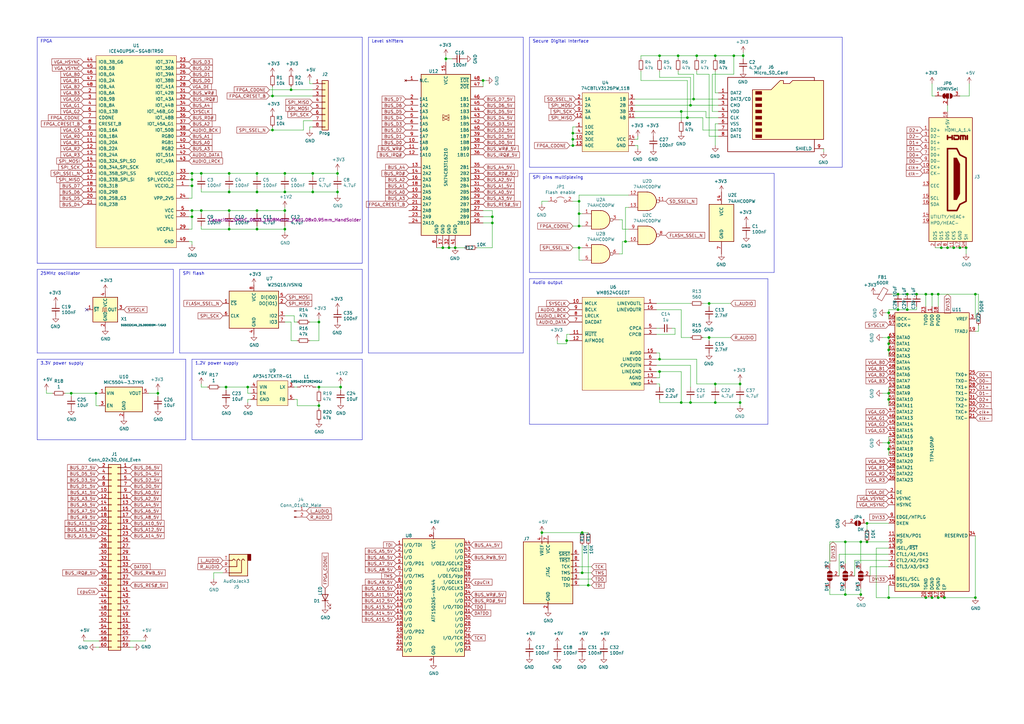
<source format=kicad_sch>
(kicad_sch (version 20211123) (generator eeschema)
  (paper "A3")
  (title_block (title "VERA module") (date "2020-07-04") (rev "4") (company "(C) 2020 Frank van den Hoef"))
  (junction (at 400.05 120.65))
  (junction (at 281.94 48.26))
  (junction (at 82.55 71.12))
  (junction (at 201.93 91.44))
  (junction (at 92.71 158.75))
  (junction (at 364.49 245.11))
  (junction (at 78.74 76.2))
  (junction (at 128.27 78.74))
  (junction (at 303.53 157.48))
  (junction (at 368.3 127))
  (junction (at 300.99 22.86))
  (junction (at 355.6 222.25))
  (junction (at 364.49 143.51))
  (junction (at 78.74 71.12))
  (junction (at 396.24 101.6))
  (junction (at 105.41 86.36))
  (junction (at 355.6 214.63))
  (junction (at 364.49 128.27))
  (junction (at 116.84 71.12))
  (junction (at 237.49 92.71))
  (junction (at 232.41 139.7))
  (junction (at 387.35 245.11))
  (junction (at 364.49 138.43))
  (junction (at 379.73 120.65))
  (junction (at 78.74 88.9))
  (junction (at 382.27 245.11))
  (junction (at 364.49 140.97))
  (junction (at 105.41 78.74))
  (junction (at 234.95 57.15))
  (junction (at 303.53 165.1))
  (junction (at 346.71 222.25))
  (junction (at 186.69 101.6))
  (junction (at 270.51 147.32))
  (junction (at 237.49 82.55))
  (junction (at 346.71 243.84))
  (junction (at 93.98 71.12))
  (junction (at 182.88 24.13))
  (junction (at 105.41 93.98))
  (junction (at 93.98 86.36))
  (junction (at 116.84 86.36))
  (junction (at 116.84 78.74))
  (junction (at 384.81 245.11))
  (junction (at 234.95 54.61))
  (junction (at 368.3 120.65))
  (junction (at 138.43 78.74))
  (junction (at 353.06 222.25))
  (junction (at 184.15 101.6))
  (junction (at 278.13 22.86))
  (junction (at 304.8 22.86))
  (junction (at 101.6 158.75))
  (junction (at 198.12 33.02))
  (junction (at 130.81 132.08))
  (junction (at 105.41 71.12))
  (junction (at 290.83 138.43))
  (junction (at 82.55 86.36))
  (junction (at 279.4 165.1))
  (junction (at 237.49 101.6))
  (junction (at 384.81 120.65))
  (junction (at 353.06 243.84))
  (junction (at 29.21 161.29))
  (junction (at 270.51 152.4))
  (junction (at 285.75 22.86))
  (junction (at 130.81 166.37))
  (junction (at 270.51 22.86))
  (junction (at 293.37 165.1))
  (junction (at 241.3 240.03))
  (junction (at 93.98 93.98))
  (junction (at 256.54 99.06))
  (junction (at 130.81 158.75))
  (junction (at 364.49 184.15))
  (junction (at 388.62 101.6))
  (junction (at 181.61 101.6))
  (junction (at 293.37 157.48))
  (junction (at 78.74 73.66))
  (junction (at 372.11 120.65))
  (junction (at 111.76 53.34))
  (junction (at 293.37 22.86))
  (junction (at 234.95 59.69))
  (junction (at 237.49 87.63))
  (junction (at 78.74 86.36))
  (junction (at 283.21 165.1))
  (junction (at 379.73 245.11))
  (junction (at 222.25 218.44))
  (junction (at 400.05 245.11))
  (junction (at 93.98 78.74))
  (junction (at 138.43 71.12))
  (junction (at 284.48 40.64))
  (junction (at 382.27 120.65))
  (junction (at 201.93 88.9))
  (junction (at 111.76 39.37))
  (junction (at 391.16 101.6))
  (junction (at 372.11 127))
  (junction (at 279.4 45.72))
  (junction (at 393.7 101.6))
  (junction (at 238.76 234.95))
  (junction (at 283.21 43.18))
  (junction (at 375.92 120.65))
  (junction (at 128.27 71.12))
  (junction (at 364.49 163.83))
  (junction (at 364.49 181.61))
  (junction (at 386.08 101.6))
  (junction (at 64.77 161.29))
  (junction (at 39.37 161.29))
  (junction (at 119.38 36.83))
  (junction (at 290.83 124.46))
  (junction (at 364.49 161.29))
  (junction (at 238.76 218.44))
  (junction (at 116.84 93.98))
  (junction (at 139.7 158.75))
  (no_connect (at 35.56 127))
  (wire (pts (xy 237.49 101.6) (xy 234.95 101.6)))
  (polyline (pts (xy 345.44 68.58) (xy 345.44 15.24)) (stroke (width 0) (type solid)))
  (wire (pts (xy 64.77 160.02) (xy 64.77 161.29)))
  (wire (pts (xy 201.93 101.6) (xy 195.58 101.6)))
  (wire (pts (xy 40.64 166.37) (xy 39.37 166.37)))
  (polyline (pts (xy 73.66 144.78) (xy 148.59 144.78)) (stroke (width 0) (type solid)))
  (wire (pts (xy 119.38 132.08) (xy 119.38 139.7)))
  (wire (pts (xy 241.3 240.03) (xy 237.49 240.03)))
  (wire (pts (xy 238.76 234.95) (xy 237.49 234.95)))
  (wire (pts (xy 379.73 120.65) (xy 382.27 120.65)))
  (wire (pts (xy 270.51 147.32) (xy 269.24 147.32)))
  (wire (pts (xy 21.59 161.29) (xy 19.05 161.29)))
  (wire (pts (xy 82.55 92.71) (xy 82.55 93.98)))
  (wire (pts (xy 260.35 45.72) (xy 279.4 45.72)))
  (wire (pts (xy 128.27 78.74) (xy 138.43 78.74)))
  (polyline (pts (xy 15.24 144.78) (xy 15.24 110.49)) (stroke (width 0) (type solid)))
  (wire (pts (xy 364.49 184.15) (xy 364.49 186.69)))
  (polyline (pts (xy 15.24 180.34) (xy 76.2 180.34)) (stroke (width 0) (type solid)))
  (wire (pts (xy 78.74 86.36) (xy 82.55 86.36)))
  (wire (pts (xy 105.41 72.39) (xy 105.41 71.12)))
  (wire (pts (xy 397.51 39.37) (xy 397.51 34.29)))
  (wire (pts (xy 82.55 71.12) (xy 93.98 71.12)))
  (wire (pts (xy 82.55 158.75) (xy 82.55 157.48)))
  (wire (pts (xy 363.22 128.27) (xy 364.49 128.27)))
  (wire (pts (xy 116.84 93.98) (xy 116.84 92.71)))
  (wire (pts (xy 242.57 237.49) (xy 237.49 237.49)))
  (wire (pts (xy 292.1 30.48) (xy 300.99 30.48)))
  (wire (pts (xy 293.37 157.48) (xy 285.75 157.48)))
  (wire (pts (xy 111.76 53.34) (xy 111.76 52.07)))
  (wire (pts (xy 234.95 57.15) (xy 234.95 59.69)))
  (wire (pts (xy 353.06 243.84) (xy 353.06 241.3)))
  (wire (pts (xy 116.84 77.47) (xy 116.84 78.74)))
  (wire (pts (xy 393.7 39.37) (xy 397.51 39.37)))
  (wire (pts (xy 261.62 59.69) (xy 261.62 60.96)))
  (wire (pts (xy 303.53 157.48) (xy 303.53 158.75)))
  (wire (pts (xy 269.24 149.86) (xy 283.21 149.86)))
  (polyline (pts (xy 15.24 144.78) (xy 71.12 144.78)) (stroke (width 0) (type solid)))
  (wire (pts (xy 293.37 22.86) (xy 300.99 22.86)))
  (wire (pts (xy 350.52 229.87) (xy 350.52 236.22)))
  (wire (pts (xy 355.6 222.25) (xy 353.06 222.25)))
  (wire (pts (xy 269.24 124.46) (xy 283.21 124.46)))
  (wire (pts (xy 254 90.17) (xy 255.27 90.17)))
  (polyline (pts (xy 15.24 180.34) (xy 15.24 147.32)) (stroke (width 0) (type solid)))
  (wire (pts (xy 386.08 101.6) (xy 388.62 101.6)))
  (wire (pts (xy 278.13 30.48) (xy 284.48 30.48)))
  (wire (pts (xy 120.65 158.75) (xy 121.92 158.75)))
  (wire (pts (xy 293.37 165.1) (xy 303.53 165.1)))
  (wire (pts (xy 232.41 139.7) (xy 232.41 140.97)))
  (wire (pts (xy 359.41 245.11) (xy 364.49 245.11)))
  (wire (pts (xy 105.41 86.36) (xy 116.84 86.36)))
  (polyline (pts (xy 15.24 110.49) (xy 71.12 110.49)) (stroke (width 0) (type solid)))
  (wire (pts (xy 382.27 39.37) (xy 383.54 39.37)))
  (wire (pts (xy 284.48 40.64) (xy 294.64 40.64)))
  (wire (pts (xy 130.81 158.75) (xy 139.7 158.75)))
  (wire (pts (xy 340.36 243.84) (xy 346.71 243.84)))
  (wire (pts (xy 364.49 128.27) (xy 364.49 127)))
  (wire (pts (xy 237.49 82.55) (xy 237.49 87.63)))
  (wire (pts (xy 232.41 140.97) (xy 228.6 140.97)))
  (wire (pts (xy 78.74 76.2) (xy 77.47 76.2)))
  (wire (pts (xy 78.74 71.12) (xy 78.74 73.66)))
  (wire (pts (xy 116.84 93.98) (xy 116.84 95.25)))
  (wire (pts (xy 101.6 163.83) (xy 101.6 165.1)))
  (wire (pts (xy 234.95 54.61) (xy 234.95 57.15)))
  (wire (pts (xy 198.12 86.36) (xy 201.93 86.36)))
  (wire (pts (xy 269.24 152.4) (xy 270.51 152.4)))
  (wire (pts (xy 138.43 78.74) (xy 138.43 77.47)))
  (wire (pts (xy 260.35 48.26) (xy 281.94 48.26)))
  (polyline (pts (xy 217.17 68.58) (xy 345.44 68.58)) (stroke (width 0) (type solid)))
  (wire (pts (xy 242.57 232.41) (xy 237.49 232.41)))
  (wire (pts (xy 130.81 166.37) (xy 130.81 167.64)))
  (wire (pts (xy 294.64 45.72) (xy 292.1 45.72)))
  (wire (pts (xy 382.27 34.29) (xy 382.27 39.37)))
  (wire (pts (xy 270.51 144.78) (xy 270.51 147.32)))
  (wire (pts (xy 128.27 36.83) (xy 119.38 36.83)))
  (wire (pts (xy 346.71 241.3) (xy 346.71 243.84)))
  (wire (pts (xy 124.46 53.34) (xy 124.46 49.53)))
  (wire (pts (xy 119.38 36.83) (xy 119.38 35.56)))
  (wire (pts (xy 77.47 93.98) (xy 78.74 93.98)))
  (wire (pts (xy 53.34 265.43) (xy 54.61 265.43)))
  (polyline (pts (xy 73.66 110.49) (xy 148.59 110.49)) (stroke (width 0) (type solid)))
  (wire (pts (xy 238.76 101.6) (xy 237.49 101.6)))
  (wire (pts (xy 116.84 71.12) (xy 128.27 71.12)))
  (wire (pts (xy 181.61 101.6) (xy 184.15 101.6)))
  (wire (pts (xy 279.4 45.72) (xy 289.56 45.72)))
  (wire (pts (xy 77.47 88.9) (xy 78.74 88.9)))
  (wire (pts (xy 290.83 124.46) (xy 299.72 124.46)))
  (wire (pts (xy 288.29 124.46) (xy 290.83 124.46)))
  (wire (pts (xy 138.43 69.85) (xy 138.43 71.12)))
  (wire (pts (xy 241.3 223.52) (xy 241.3 240.03)))
  (wire (pts (xy 396.24 101.6) (xy 396.24 104.14)))
  (wire (pts (xy 238.76 223.52) (xy 238.76 234.95)))
  (polyline (pts (xy 15.24 107.95) (xy 15.24 15.24)) (stroke (width 0) (type solid)))
  (wire (pts (xy 77.47 71.12) (xy 78.74 71.12)))
  (wire (pts (xy 283.21 149.86) (xy 283.21 158.75)))
  (wire (pts (xy 293.37 29.21) (xy 293.37 38.1)))
  (wire (pts (xy 261.62 57.15) (xy 261.62 55.88)))
  (wire (pts (xy 77.47 81.28) (xy 78.74 81.28)))
  (polyline (pts (xy 148.59 180.34) (xy 148.59 147.32)) (stroke (width 0) (type solid)))
  (wire (pts (xy 255.27 93.98) (xy 257.81 93.98)))
  (wire (pts (xy 236.22 54.61) (xy 234.95 54.61)))
  (wire (pts (xy 281.94 48.26) (xy 288.29 48.26)))
  (wire (pts (xy 270.51 147.32) (xy 285.75 147.32)))
  (wire (pts (xy 303.53 165.1) (xy 303.53 166.37)))
  (wire (pts (xy 237.49 80.01) (xy 257.81 80.01)))
  (wire (pts (xy 388.62 101.6) (xy 391.16 101.6)))
  (wire (pts (xy 292.1 45.72) (xy 292.1 30.48)))
  (wire (pts (xy 120.65 132.08) (xy 121.92 132.08)))
  (wire (pts (xy 78.74 99.06) (xy 78.74 100.33)))
  (wire (pts (xy 294.64 53.34) (xy 288.29 53.34)))
  (wire (pts (xy 346.71 243.84) (xy 353.06 243.84)))
  (wire (pts (xy 139.7 158.75) (xy 139.7 160.02)))
  (wire (pts (xy 364.49 130.81) (xy 364.49 128.27)))
  (wire (pts (xy 19.05 161.29) (xy 19.05 160.02)))
  (wire (pts (xy 130.81 158.75) (xy 130.81 160.02)))
  (wire (pts (xy 281.94 33.02) (xy 281.94 48.26)))
  (wire (pts (xy 283.21 165.1) (xy 279.4 165.1)))
  (polyline (pts (xy 217.17 71.12) (xy 317.5 71.12)) (stroke (width 0) (type solid)))
  (wire (pts (xy 255.27 90.17) (xy 255.27 93.98)))
  (wire (pts (xy 182.88 22.86) (xy 182.88 24.13)))
  (wire (pts (xy 279.4 152.4) (xy 279.4 165.1)))
  (polyline (pts (xy 148.59 107.95) (xy 15.24 107.95)) (stroke (width 0) (type solid)))
  (wire (pts (xy 384.81 120.65) (xy 400.05 120.65)))
  (polyline (pts (xy 217.17 114.3) (xy 314.96 114.3)) (stroke (width 0) (type solid)))
  (wire (pts (xy 262.89 29.21) (xy 262.89 33.02)))
  (wire (pts (xy 382.27 125.73) (xy 382.27 120.65)))
  (polyline (pts (xy 76.2 180.34) (xy 76.2 147.32)) (stroke (width 0) (type solid)))
  (wire (pts (xy 234.95 59.69) (xy 236.22 59.69)))
  (wire (pts (xy 233.68 137.16) (xy 232.41 137.16)))
  (wire (pts (xy 260.35 43.18) (xy 283.21 43.18)))
  (wire (pts (xy 401.32 120.65) (xy 400.05 120.65)))
  (wire (pts (xy 198.12 88.9) (xy 201.93 88.9)))
  (wire (pts (xy 139.7 157.48) (xy 139.7 158.75)))
  (polyline (pts (xy 214.63 144.78) (xy 214.63 15.24)) (stroke (width 0) (type solid)))
  (wire (pts (xy 119.38 139.7) (xy 121.92 139.7)))
  (wire (pts (xy 293.37 50.8) (xy 293.37 59.69)))
  (wire (pts (xy 379.73 245.11) (xy 364.49 245.11)))
  (wire (pts (xy 337.82 62.23) (xy 337.82 60.96)))
  (wire (pts (xy 93.98 71.12) (xy 105.41 71.12)))
  (wire (pts (xy 285.75 30.48) (xy 290.83 30.48)))
  (wire (pts (xy 93.98 86.36) (xy 105.41 86.36)))
  (wire (pts (xy 116.84 129.54) (xy 120.65 129.54)))
  (wire (pts (xy 120.65 129.54) (xy 120.65 132.08)))
  (wire (pts (xy 121.92 166.37) (xy 130.81 166.37)))
  (wire (pts (xy 201.93 88.9) (xy 201.93 91.44)))
  (wire (pts (xy 82.55 86.36) (xy 82.55 87.63)))
  (wire (pts (xy 78.74 88.9) (xy 78.74 86.36)))
  (wire (pts (xy 364.49 161.29) (xy 364.49 163.83)))
  (wire (pts (xy 279.4 49.53) (xy 279.4 45.72)))
  (wire (pts (xy 237.49 106.68) (xy 238.76 106.68)))
  (wire (pts (xy 201.93 91.44) (xy 201.93 101.6)))
  (wire (pts (xy 400.05 245.11) (xy 387.35 245.11)))
  (polyline (pts (xy 71.12 144.78) (xy 71.12 110.49)) (stroke (width 0) (type solid)))
  (polyline (pts (xy 217.17 173.99) (xy 217.17 114.3)) (stroke (width 0) (type solid)))
  (wire (pts (xy 198.12 33.02) (xy 199.39 33.02)))
  (wire (pts (xy 60.96 161.29) (xy 64.77 161.29)))
  (polyline (pts (xy 151.13 15.24) (xy 214.63 15.24)) (stroke (width 0) (type solid)))
  (wire (pts (xy 382.27 120.65) (xy 384.81 120.65)))
  (wire (pts (xy 372.11 125.73) (xy 372.11 127)))
  (wire (pts (xy 270.51 152.4) (xy 279.4 152.4)))
  (wire (pts (xy 269.24 144.78) (xy 270.51 144.78)))
  (wire (pts (xy 278.13 24.13) (xy 278.13 22.86)))
  (wire (pts (xy 93.98 77.47) (xy 93.98 78.74)))
  (wire (pts (xy 105.41 71.12) (xy 116.84 71.12)))
  (wire (pts (xy 388.62 43.18) (xy 388.62 45.72)))
  (wire (pts (xy 346.71 222.25) (xy 346.71 231.14)))
  (wire (pts (xy 85.09 158.75) (xy 82.55 158.75)))
  (wire (pts (xy 260.35 40.64) (xy 284.48 40.64)))
  (wire (pts (xy 364.49 229.87) (xy 350.52 229.87)))
  (wire (pts (xy 92.71 158.75) (xy 92.71 160.02)))
  (wire (pts (xy 353.06 222.25) (xy 346.71 222.25)))
  (wire (pts (xy 290.83 138.43) (xy 299.72 138.43)))
  (wire (pts (xy 391.16 101.6) (xy 393.7 101.6)))
  (wire (pts (xy 101.6 158.75) (xy 92.71 158.75)))
  (wire (pts (xy 93.98 72.39) (xy 93.98 71.12)))
  (polyline (pts (xy 217.17 68.58) (xy 217.17 15.24)) (stroke (width 0) (type solid)))
  (wire (pts (xy 283.21 165.1) (xy 293.37 165.1)))
  (wire (pts (xy 138.43 71.12) (xy 138.43 72.39)))
  (wire (pts (xy 128.27 71.12) (xy 138.43 71.12)))
  (wire (pts (xy 364.49 158.75) (xy 364.49 161.29)))
  (wire (pts (xy 78.74 93.98) (xy 78.74 88.9)))
  (wire (pts (xy 111.76 39.37) (xy 110.49 39.37)))
  (wire (pts (xy 262.89 24.13) (xy 262.89 22.86)))
  (wire (pts (xy 40.64 265.43) (xy 39.37 265.43)))
  (wire (pts (xy 138.43 80.01) (xy 138.43 78.74)))
  (wire (pts (xy 260.35 59.69) (xy 261.62 59.69)))
  (wire (pts (xy 87.63 234.95) (xy 87.63 237.49)))
  (wire (pts (xy 53.34 262.89) (xy 59.69 262.89)))
  (wire (pts (xy 222.25 218.44) (xy 238.76 218.44)))
  (wire (pts (xy 372.11 120.65) (xy 375.92 120.65)))
  (wire (pts (xy 278.13 29.21) (xy 278.13 30.48)))
  (polyline (pts (xy 148.59 144.78) (xy 148.59 110.49)) (stroke (width 0) (type solid)))
  (wire (pts (xy 400.05 135.89) (xy 401.32 135.89)))
  (wire (pts (xy 77.47 99.06) (xy 78.74 99.06)))
  (polyline (pts (xy 217.17 111.76) (xy 317.5 111.76)) (stroke (width 0) (type solid)))
  (wire (pts (xy 294.64 55.88) (xy 290.83 55.88)))
  (wire (pts (xy 82.55 72.39) (xy 82.55 71.12)))
  (wire (pts (xy 238.76 218.44) (xy 241.3 218.44)))
  (wire (pts (xy 260.35 57.15) (xy 261.62 57.15)))
  (wire (pts (xy 128.27 52.07) (xy 127 52.07)))
  (wire (pts (xy 255.27 99.06) (xy 255.27 104.14)))
  (wire (pts (xy 101.6 161.29) (xy 101.6 158.75)))
  (wire (pts (xy 276.86 137.16) (xy 276.86 134.62)))
  (wire (pts (xy 364.49 181.61) (xy 364.49 184.15)))
  (polyline (pts (xy 73.66 144.78) (xy 73.66 110.49)) (stroke (width 0) (type solid)))
  (wire (pts (xy 270.51 24.13) (xy 270.51 22.86)))
  (polyline (pts (xy 217.17 15.24) (xy 345.44 15.24)) (stroke (width 0) (type solid)))
  (wire (pts (xy 116.84 78.74) (xy 128.27 78.74)))
  (wire (pts (xy 269.24 137.16) (xy 276.86 137.16)))
  (wire (pts (xy 279.4 138.43) (xy 283.21 138.43)))
  (wire (pts (xy 128.27 39.37) (xy 111.76 39.37)))
  (wire (pts (xy 364.49 179.07) (xy 364.49 181.61)))
  (wire (pts (xy 237.49 82.55) (xy 237.49 80.01)))
  (wire (pts (xy 110.49 53.34) (xy 111.76 53.34)))
  (wire (pts (xy 270.51 134.62) (xy 269.24 134.62)))
  (wire (pts (xy 364.49 138.43) (xy 361.95 138.43)))
  (wire (pts (xy 293.37 157.48) (xy 293.37 158.75)))
  (wire (pts (xy 368.3 120.65) (xy 372.11 120.65)))
  (wire (pts (xy 237.49 101.6) (xy 237.49 106.68)))
  (wire (pts (xy 384.81 245.11) (xy 382.27 245.11)))
  (wire (pts (xy 262.89 22.86) (xy 270.51 22.86)))
  (wire (pts (xy 179.07 101.6) (xy 181.61 101.6)))
  (wire (pts (xy 111.76 53.34) (xy 124.46 53.34)))
  (wire (pts (xy 82.55 77.47) (xy 82.55 78.74)))
  (wire (pts (xy 400.05 120.65) (xy 400.05 130.81)))
  (wire (pts (xy 102.87 163.83) (xy 101.6 163.83)))
  (wire (pts (xy 364.49 224.79) (xy 359.41 224.79)))
  (wire (pts (xy 279.4 165.1) (xy 270.51 165.1)))
  (wire (pts (xy 198.12 91.44) (xy 201.93 91.44)))
  (wire (pts (xy 401.32 128.27) (xy 401.32 120.65)))
  (wire (pts (xy 283.21 31.75) (xy 270.51 31.75)))
  (wire (pts (xy 340.36 222.25) (xy 340.36 231.14)))
  (wire (pts (xy 364.49 214.63) (xy 355.6 214.63)))
  (wire (pts (xy 234.95 52.07) (xy 234.95 54.61)))
  (wire (pts (xy 270.51 152.4) (xy 270.51 154.94)))
  (wire (pts (xy 375.92 120.65) (xy 379.73 120.65)))
  (wire (pts (xy 368.3 120.65) (xy 365.76 120.65)))
  (wire (pts (xy 364.49 127) (xy 368.3 127)))
  (wire (pts (xy 128.27 34.29) (xy 127 34.29)))
  (polyline (pts (xy 217.17 111.76) (xy 217.17 71.12)) (stroke (width 0) (type solid)))
  (polyline (pts (xy 78.74 180.34) (xy 148.59 180.34)) (stroke (width 0) (type solid)))
  (wire (pts (xy 82.55 93.98) (xy 93.98 93.98)))
  (wire (pts (xy 364.49 245.11) (xy 364.49 240.03)))
  (wire (pts (xy 293.37 165.1) (xy 293.37 163.83)))
  (wire (pts (xy 232.41 137.16) (xy 232.41 139.7)))
  (wire (pts (xy 300.99 30.48) (xy 300.99 22.86)))
  (wire (pts (xy 29.21 161.29) (xy 26.67 161.29)))
  (wire (pts (xy 304.8 24.13) (xy 304.8 22.86)))
  (wire (pts (xy 105.41 78.74) (xy 105.41 77.47)))
  (wire (pts (xy 82.55 86.36) (xy 93.98 86.36)))
  (wire (pts (xy 78.74 86.36) (xy 77.47 86.36)))
  (polyline (pts (xy 15.24 147.32) (xy 76.2 147.32)) (stroke (width 0) (type solid)))
  (wire (pts (xy 105.41 78.74) (xy 116.84 78.74)))
  (wire (pts (xy 119.38 36.83) (xy 110.49 36.83)))
  (wire (pts (xy 198.12 35.56) (xy 198.12 33.02)))
  (wire (pts (xy 102.87 161.29) (xy 101.6 161.29)))
  (wire (pts (xy 276.86 134.62) (xy 275.59 134.62)))
  (wire (pts (xy 270.51 31.75) (xy 270.51 29.21)))
  (wire (pts (xy 224.79 82.55) (xy 222.25 82.55)))
  (wire (pts (xy 111.76 39.37) (xy 111.76 35.56)))
  (wire (pts (xy 185.42 24.13) (xy 182.88 24.13)))
  (wire (pts (xy 290.83 30.48) (xy 290.83 55.88)))
  (wire (pts (xy 64.77 161.29) (xy 64.77 162.56)))
  (wire (pts (xy 91.44 234.95) (xy 87.63 234.95)))
  (wire (pts (xy 124.46 49.53) (xy 128.27 49.53)))
  (wire (pts (xy 375.92 127) (xy 375.92 125.73)))
  (polyline (pts (xy 317.5 111.76) (xy 317.5 71.12)) (stroke (width 0) (type solid)))
  (wire (pts (xy 184.15 101.6) (xy 186.69 101.6)))
  (wire (pts (xy 344.17 227.33) (xy 344.17 236.22)))
  (wire (pts (xy 77.47 73.66) (xy 78.74 73.66)))
  (wire (pts (xy 130.81 132.08) (xy 127 132.08)))
  (wire (pts (xy 116.84 86.36) (xy 116.84 87.63)))
  (wire (pts (xy 303.53 156.21) (xy 303.53 157.48)))
  (polyline (pts (xy 314.96 173.99) (xy 314.96 114.3)) (stroke (width 0) (type solid)))
  (wire (pts (xy 356.87 232.41) (xy 356.87 236.22)))
  (wire (pts (xy 364.49 143.51) (xy 364.49 140.97)))
  (wire (pts (xy 128.27 77.47) (xy 128.27 78.74)))
  (wire (pts (xy 304.8 21.59) (xy 304.8 22.86)))
  (wire (pts (xy 236.22 57.15) (xy 234.95 57.15)))
  (wire (pts (xy 116.84 85.09) (xy 116.84 86.36)))
  (wire (pts (xy 237.49 92.71) (xy 234.95 92.71)))
  (wire (pts (xy 364.49 140.97) (xy 364.49 138.43)))
  (polyline (pts (xy 78.74 180.34) (xy 78.74 147.32)) (stroke (width 0) (type solid)))
  (wire (pts (xy 285.75 30.48) (xy 285.75 29.21)))
  (wire (pts (xy 242.57 240.03) (xy 241.3 240.03)))
  (wire (pts (xy 383.54 101.6) (xy 386.08 101.6)))
  (wire (pts (xy 270.51 157.48) (xy 270.51 158.75)))
  (wire (pts (xy 364.49 161.29) (xy 361.95 161.29)))
  (wire (pts (xy 384.81 125.73) (xy 384.81 120.65)))
  (wire (pts (xy 401.32 135.89) (xy 401.32 133.35)))
  (wire (pts (xy 182.88 24.13) (xy 182.88 25.4)))
  (wire (pts (xy 290.83 138.43) (xy 290.83 139.7)))
  (wire (pts (xy 92.71 158.75) (xy 90.17 158.75)))
  (wire (pts (xy 270.51 154.94) (xy 269.24 154.94)))
  (wire (pts (xy 78.74 73.66) (xy 78.74 76.2)))
  (wire (pts (xy 303.53 157.48) (xy 293.37 157.48)))
  (wire (pts (xy 127 52.07) (xy 127 53.34)))
  (wire (pts (xy 105.41 92.71) (xy 105.41 93.98)))
  (wire (pts (xy 93.98 78.74) (xy 105.41 78.74)))
  (wire (pts (xy 127 34.29) (xy 127 33.02)))
  (wire (pts (xy 129.54 158.75) (xy 130.81 158.75)))
  (wire (pts (xy 283.21 43.18) (xy 294.64 43.18)))
  (wire (pts (xy 289.56 45.72) (xy 289.56 48.26)))
  (wire (pts (xy 279.4 127) (xy 279.4 138.43)))
  (wire (pts (xy 285.75 157.48) (xy 285.75 147.32)))
  (wire (pts (xy 270.51 22.86) (xy 278.13 22.86)))
  (polyline (pts (xy 78.74 147.32) (xy 148.59 147.32)) (stroke (width 0) (type solid)))
  (wire (pts (xy 340.36 222.25) (xy 346.71 222.25)))
  (wire (pts (xy 116.84 72.39) (xy 116.84 71.12)))
  (polyline (pts (xy 151.13 144.78) (xy 214.63 144.78)) (stroke (width 0) (type solid)))
  (polyline (pts (xy 15.24 15.24) (xy 148.59 15.24)) (stroke (width 0) (type solid)))
  (wire (pts (xy 39.37 161.29) (xy 29.21 161.29)))
  (wire (pts (xy 222.25 82.55) (xy 222.25 83.82)))
  (wire (pts (xy 387.35 245.11) (xy 384.81 245.11)))
  (wire (pts (xy 364.49 181.61) (xy 361.95 181.61)))
  (wire (pts (xy 382.27 245.11) (xy 379.73 245.11)))
  (wire (pts (xy 364.49 222.25) (xy 355.6 222.25)))
  (wire (pts (xy 236.22 52.07) (xy 234.95 52.07)))
  (wire (pts (xy 284.48 30.48) (xy 284.48 40.64)))
  (wire (pts (xy 364.49 227.33) (xy 344.17 227.33)))
  (wire (pts (xy 120.65 163.83) (xy 121.92 163.83)))
  (wire (pts (xy 105.41 86.36) (xy 105.41 87.63)))
  (wire (pts (xy 285.75 24.13) (xy 285.75 22.86)))
  (wire (pts (xy 82.55 78.74) (xy 93.98 78.74)))
  (wire (pts (xy 222.25 218.44) (xy 222.25 219.71)))
  (wire (pts (xy 238.76 92.71) (xy 237.49 92.71)))
  (wire (pts (xy 368.3 125.73) (xy 368.3 127)))
  (wire (pts (xy 93.98 93.98) (xy 105.41 93.98)))
  (wire (pts (xy 368.3 127) (xy 372.11 127)))
  (wire (pts (xy 242.57 234.95) (xy 238.76 234.95)))
  (wire (pts (xy 283.21 163.83) (xy 283.21 165.1)))
  (wire (pts (xy 228.6 140.97) (xy 228.6 139.7)))
  (wire (pts (xy 130.81 132.08) (xy 130.81 130.81)))
  (wire (pts (xy 116.84 132.08) (xy 119.38 132.08)))
  (wire (pts (xy 364.49 146.05) (xy 364.49 143.51)))
  (wire (pts (xy 234.95 59.69) (xy 233.68 59.69)))
  (wire (pts (xy 78.74 81.28) (xy 78.74 76.2)))
  (wire (pts (xy 121.92 163.83) (xy 121.92 166.37)))
  (wire (pts (xy 39.37 161.29) (xy 40.64 161.29)))
  (wire (pts (xy 293.37 38.1) (xy 294.64 38.1)))
  (wire (pts (xy 93.98 92.71) (xy 93.98 93.98)))
  (wire (pts (xy 130.81 166.37) (xy 130.81 165.1)))
  (wire (pts (xy 293.37 22.86) (xy 293.37 24.13)))
  (polyline (pts (xy 148.59 15.24) (xy 148.59 107.95)) (stroke (width 0) (type solid)))
  (wire (pts (xy 288.29 138.43) (xy 290.83 138.43)))
  (wire (pts (xy 256.54 99.06) (xy 255.27 99.06)))
  (wire (pts (xy 400.05 219.71) (xy 400.05 245.11)))
  (wire (pts (xy 102.87 158.75) (xy 101.6 158.75)))
  (wire (pts (xy 256.54 85.09) (xy 256.54 99.06)))
  (wire (pts (xy 355.6 214.63) (xy 355.6 217.17)))
  (polyline (pts (xy 151.13 144.78) (xy 151.13 15.24)) (stroke (width 0) (type solid)))
  (wire (pts (xy 285.75 22.86) (xy 293.37 22.86)))
  (wire (pts (xy 82.55 71.12) (xy 78.74 71.12)))
  (wire (pts (xy 294.64 48.26) (xy 289.56 48.26)))
  (wire (pts (xy 300.99 22.86) (xy 304.8 22.86)))
  (wire (pts (xy 257.81 85.09) (xy 256.54 85.09)))
  (wire (pts (xy 128.27 72.39) (xy 128.27 71.12)))
  (wire (pts (xy 257.81 99.06) (xy 256.54 99.06)))
  (wire (pts (xy 29.21 161.29) (xy 29.21 162.56)))
  (wire (pts (xy 255.27 104.14) (xy 254 104.14)))
  (wire (pts (xy 278.13 22.86) (xy 285.75 22.86)))
  (wire (pts (xy 372.11 127) (xy 375.92 127)))
  (wire (pts (xy 39.37 166.37) (xy 39.37 161.29)))
  (wire (pts (xy 393.7 101.6) (xy 396.24 101.6)))
  (wire (pts (xy 93.98 86.36) (xy 93.98 87.63)))
  (wire (pts (xy 364.49 163.83) (xy 364.49 166.37)))
  (wire (pts (xy 379.73 125.73) (xy 379.73 120.65)))
  (wire (pts (xy 288.29 48.26) (xy 288.29 53.34)))
  (wire (pts (xy 105.41 93.98) (xy 116.84 93.98)))
  (wire (pts (xy 127 139.7) (xy 130.81 139.7)))
  (wire (pts (xy 262.89 33.02) (xy 281.94 33.02)))
  (wire (pts (xy 270.51 165.1) (xy 270.51 163.83)))
  (wire (pts (xy 359.41 224.79) (xy 359.41 245.11)))
  (wire (pts (xy 290.83 124.46) (xy 290.83 125.73)))
  (wire (pts (xy 190.5 101.6) (xy 186.69 101.6)))
  (wire (pts (xy 364.49 232.41) (xy 356.87 232.41)))
  (wire (pts (xy 283.21 31.75) (xy 283.21 43.18)))
  (wire (pts (xy 269.24 127) (xy 279.4 127)))
  (wire (pts (xy 237.49 92.71) (xy 237.49 87.63)))
  (wire (pts (xy 237.49 87.63) (xy 238.76 87.63)))
  (wire (pts (xy 232.41 139.7) (xy 233.68 139.7)))
  (polyline (pts (xy 217.17 173.99) (xy 314.96 173.99)) (stroke (width 0) (type solid)))
  (wire (pts (xy 269.24 157.48) (xy 270.51 157.48)))
  (wire (pts (xy 303.53 163.83) (xy 303.53 165.1)))
  (wire (pts (xy 40.64 262.89) (xy 34.29 262.89)))
  (wire (pts (xy 353.06 222.25) (xy 353.06 231.14)))
  (wire (pts (xy 294.64 50.8) (xy 293.37 50.8)))
  (wire (pts (xy 234.95 82.55) (xy 237.49 82.55)))
  (wire (pts (xy 340.36 241.3) (xy 340.36 243.84)))
  (wire (pts (xy 130.81 139.7) (xy 130.81 132.08)))
  (wire (pts (xy 201.93 86.36) (xy 201.93 88.9)))
  (text "FPGA" (at 16.51 17.78 0) (effects (font (size 1.27 1.27)) (justify left bottom)))
  (text "1.2V power supply" (at 80.01 149.86 0) (effects (font (size 1.27 1.27)) (justify left bottom)))
  (text "25MHz oscillator" (at 16.51 113.03 0) (effects (font (size 1.27 1.27)) (justify left bottom)))
  (text "3.3V power supply" (at 16.51 149.86 0) (effects (font (size 1.27 1.27)) (justify left bottom)))
  (text "SPI pins multiplexing" (at 218.44 73.66 0) (effects (font (size 1.27 1.27)) (justify left bottom)))
  (text "SPI flash" (at 74.93 113.03 0) (effects (font (size 1.27 1.27)) (justify left bottom)))
  (text "Audio output" (at 218.44 116.84 0) (effects (font (size 1.27 1.27)) (justify left bottom)))
  (text "Secure Digital Interface" (at 218.44 17.78 0) (effects (font (size 1.27 1.27)) (justify left bottom)))
  (text "Level shifters" (at 152.4 17.78 0) (effects (font (size 1.27 1.27)) (justify left bottom)))
  (global_label "BUS_D1" (shape input) (at 166.37 55.88 180) (property "Intersheet References" "${INTERSHEET_REFS}" (effects hide)))
  (global_label "BUS_A11_5V" (shape input) (at 162.56 243.84 180) (property "Intersheet References" "${INTERSHEET_REFS}" (effects hide)))
  (global_label "VGA_B0" (shape input) (at 364.49 148.59 180) (property "Intersheet References" "${INTERSHEET_REFS}" (effects hide)))
  (global_label "BUS_D3_5V" (shape input) (at 40.64 196.85 180) (property "Intersheet References" "${INTERSHEET_REFS}" (effects hide)))
  (global_label "BUS_IRQ#" (shape input) (at 166.37 63.5 180) (property "Intersheet References" "${INTERSHEET_REFS}" (effects hide)))
  (global_label "VGA_B0" (shape input) (at 34.29 30.48 180) (property "Intersheet References" "${INTERSHEET_REFS}" (effects hide)))
  (global_label "L_AUDIO" (shape input) (at 299.72 124.46 0) (property "Intersheet References" "${INTERSHEET_REFS}" (effects hide)))
  (global_label "VGA_B2" (shape input) (at 34.29 35.56 180) (property "Intersheet References" "${INTERSHEET_REFS}" (effects hide)))
  (global_label "VGA_G1" (shape input) (at 364.49 171.45 180) (property "Intersheet References" "${INTERSHEET_REFS}" (effects hide)))
  (global_label "VGA_G0" (shape input) (at 364.49 168.91 180) (property "Intersheet References" "${INTERSHEET_REFS}" (effects hide)))
  (global_label "BUS_RWB_5V" (shape input) (at 53.34 234.95 0) (property "Intersheet References" "${INTERSHEET_REFS}" (effects hide)))
  (global_label "clk+" (shape input) (at 378.46 68.58 180) (property "Intersheet References" "${INTERSHEET_REFS}" (effects hide)))
  (global_label "BUS_IRQ#_5V" (shape input) (at 40.64 234.95 180) (property "Intersheet References" "${INTERSHEET_REFS}" (effects hide)))
  (global_label "cpuClk" (shape input) (at 40.64 242.57 180) (property "Intersheet References" "${INTERSHEET_REFS}" (effects hide)))
  (global_label "VGA_HSYNC" (shape input) (at 34.29 25.4 180) (property "Intersheet References" "${INTERSHEET_REFS}" (effects hide)))
  (global_label "BUS_RES#_5V" (shape input) (at 198.12 83.82 0) (property "Intersheet References" "${INTERSHEET_REFS}" (effects hide)))
  (global_label "L_AUDIO" (shape input) (at 91.44 229.87 180) (property "Intersheet References" "${INTERSHEET_REFS}" (effects hide)))
  (global_label "AUDIO_LRCK" (shape input) (at 77.47 66.04 0) (property "Intersheet References" "${INTERSHEET_REFS}" (effects hide)))
  (global_label "VGA_G1" (shape input) (at 34.29 43.18 180) (property "Intersheet References" "${INTERSHEET_REFS}" (effects hide)))
  (global_label "BUS_D0_5V" (shape input) (at 198.12 58.42 0) (property "Intersheet References" "${INTERSHEET_REFS}" (effects hide)))
  (global_label "BUS_A4_5V" (shape input) (at 193.04 223.52 0) (property "Intersheet References" "${INTERSHEET_REFS}" (effects hide)))
  (global_label "BUS_RWB_5V" (shape input) (at 193.04 228.6 0) (property "Intersheet References" "${INTERSHEET_REFS}" (effects hide)))
  (global_label "VGA_DE" (shape input) (at 77.47 35.56 0) (property "Intersheet References" "${INTERSHEET_REFS}" (effects hide)))
  (global_label "DVI33" (shape input) (at 364.49 212.09 180) (property "Intersheet References" "${INTERSHEET_REFS}" (effects hide)))
  (global_label "BUS_A9_5V" (shape input) (at 162.56 238.76 180) (property "Intersheet References" "${INTERSHEET_REFS}" (effects hide)))
  (global_label "BUS_WR#" (shape input) (at 77.47 38.1 0) (property "Intersheet References" "${INTERSHEET_REFS}" (effects hide)))
  (global_label "D2-" (shape input) (at 400.05 166.37 0) (property "Intersheet References" "${INTERSHEET_REFS}" (effects hide)))
  (global_label "SPI_SSEL_N" (shape input) (at 234.95 101.6 180) (property "Intersheet References" "${INTERSHEET_REFS}" (effects hide)))
  (global_label "FPGA_CRESET_B" (shape input) (at 34.29 50.8 180) (property "Intersheet References" "${INTERSHEET_REFS}" (effects hide)))
  (global_label "BUS_A11_5V" (shape input) (at 40.64 214.63 180) (property "Intersheet References" "${INTERSHEET_REFS}" (effects hide)))
  (global_label "VGA_G3" (shape input) (at 364.49 176.53 180) (property "Intersheet References" "${INTERSHEET_REFS}" (effects hide)))
  (global_label "clk-" (shape input) (at 378.46 71.12 180) (property "Intersheet References" "${INTERSHEET_REFS}" (effects hide)))
  (global_label "BUS_D4" (shape input) (at 166.37 48.26 180) (property "Intersheet References" "${INTERSHEET_REFS}" (effects hide)))
  (global_label "BUS_RD#" (shape input) (at 77.47 48.26 0) (property "Intersheet References" "${INTERSHEET_REFS}" (effects hide)))
  (global_label "DVI33" (shape input) (at 341.63 222.25 270) (property "Intersheet References" "${INTERSHEET_REFS}" (effects hide)))
  (global_label "BUS_A3_5V" (shape input) (at 40.64 204.47 180) (property "Intersheet References" "${INTERSHEET_REFS}" (effects hide)))
  (global_label "TCK" (shape input) (at 193.04 261.62 0) (property "Intersheet References" "${INTERSHEET_REFS}" (effects hide)))
  (global_label "VGA_HSYNC" (shape input) (at 364.49 207.01 180) (property "Intersheet References" "${INTERSHEET_REFS}" (effects hide)))
  (global_label "DVI33" (shape input) (at 364.49 237.49 180) (property "Intersheet References" "${INTERSHEET_REFS}" (effects hide)))
  (global_label "SPI_MISO" (shape input) (at 34.29 73.66 180) (property "Intersheet References" "${INTERSHEET_REFS}" (effects hide)))
  (global_label "TDI" (shape input) (at 162.56 223.52 180) (property "Intersheet References" "${INTERSHEET_REFS}" (effects hide)))
  (global_label "BUS_IRQ#" (shape input) (at 77.47 40.64 0) (property "Intersheet References" "${INTERSHEET_REFS}" (effects hide)))
  (global_label "BUS_RD#_5V" (shape input) (at 193.04 246.38 0) (property "Intersheet References" "${INTERSHEET_REFS}" (effects hide)))
  (global_label "BUS_A15_5V" (shape input) (at 162.56 254 180) (property "Intersheet References" "${INTERSHEET_REFS}" (effects hide)))
  (global_label "BUS_D7" (shape input) (at 34.29 76.2 180) (property "Intersheet References" "${INTERSHEET_REFS}" (effects hide)))
  (global_label "BUS_A8_5V" (shape input) (at 53.34 212.09 0) (property "Intersheet References" "${INTERSHEET_REFS}" (effects hide)))
  (global_label "BUS_A2_5V" (shape input) (at 198.12 73.66 0) (property "Intersheet References" "${INTERSHEET_REFS}" (effects hide)))
  (global_label "AUDIO_LRCK" (shape input) (at 233.68 129.54 180) (property "Intersheet References" "${INTERSHEET_REFS}" (effects hide)))
  (global_label "SPI_MOSI" (shape input) (at 128.27 44.45 180) (property "Intersheet References" "${INTERSHEET_REFS}" (effects hide)))
  (global_label "D2-" (shape input) (at 378.46 55.88 180) (property "Intersheet References" "${INTERSHEET_REFS}" (effects hide)))
  (global_label "BUS_A2" (shape input) (at 167.64 73.66 180) (property "Intersheet References" "${INTERSHEET_REFS}" (effects hide)))
  (global_label "R_AUDIO" (shape input) (at 91.44 232.41 180) (property "Intersheet References" "${INTERSHEET_REFS}" (effects hide)))
  (global_label "SYSCLK" (shape input) (at 364.49 133.35 180) (property "Intersheet References" "${INTERSHEET_REFS}" (effects hide)))
  (global_label "SPI_SCK" (shape input) (at 236.22 45.72 180) (property "Intersheet References" "${INTERSHEET_REFS}" (effects hide)))
  (global_label "BUS_D6" (shape input) (at 166.37 43.18 180) (property "Intersheet References" "${INTERSHEET_REFS}" (effects hide)))
  (global_label "BUS_D2_5V" (shape input) (at 198.12 53.34 0) (property "Intersheet References" "${INTERSHEET_REFS}" (effects hide)))
  (global_label "VGA_R1" (shape input) (at 34.29 58.42 180) (property "Intersheet References" "${INTERSHEET_REFS}" (effects hide)))
  (global_label "BUS_D0" (shape input) (at 77.47 33.02 0) (property "Intersheet References" "${INTERSHEET_REFS}" (effects hide)))
  (global_label "BUS_IRQ#_5V" (shape input) (at 198.12 63.5 0) (property "Intersheet References" "${INTERSHEET_REFS}" (effects hide)))
  (global_label "BUS_A0" (shape input) (at 77.47 58.42 0) (property "Intersheet References" "${INTERSHEET_REFS}" (effects hide)))
  (global_label "VGA_R2" (shape input) (at 34.29 60.96 180) (property "Intersheet References" "${INTERSHEET_REFS}" (effects hide)))
  (global_label "BUS_A12_5V" (shape input) (at 162.56 246.38 180) (property "Intersheet References" "${INTERSHEET_REFS}" (effects hide)))
  (global_label "D0-" (shape input) (at 400.05 156.21 0) (property "Intersheet References" "${INTERSHEET_REFS}" (effects hide)))
  (global_label "BUS_D7_5V" (shape input) (at 40.64 191.77 180) (property "Intersheet References" "${INTERSHEET_REFS}" (effects hide)))
  (global_label "SPI_SSEL_N" (shape input) (at 34.29 71.12 180) (property "Intersheet References" "${INTERSHEET_REFS}" (effects hide)))
  (global_label "SYSCLK" (shape input) (at 77.47 45.72 0) (property "Intersheet References" "${INTERSHEET_REFS}" (effects hide)))
  (global_label "D1-" (shape input) (at 400.05 161.29 0) (property "Intersheet References" "${INTERSHEET_REFS}" (effects hide)))
  (global_label "VGA_B3" (shape input) (at 364.49 156.21 180) (property "Intersheet References" "${INTERSHEET_REFS}" (effects hide)))
  (global_label "BUS_A8_5V" (shape input) (at 162.56 233.68 180) (property "Intersheet References" "${INTERSHEET_REFS}" (effects hide)))
  (global_label "D1+" (shape input) (at 378.46 58.42 180) (property "Intersheet References" "${INTERSHEET_REFS}" (effects hide)))
  (global_label "VGA_B2" (shape input) (at 364.49 153.67 180) (property "Intersheet References" "${INTERSHEET_REFS}" (effects hide)))
  (global_label "BUS_A9_5V" (shape input) (at 40.64 212.09 180) (property "Intersheet References" "${INTERSHEET_REFS}" (effects hide)))
  (global_label "VGA_VSYNC" (shape input) (at 34.29 27.94 180) (property "Intersheet References" "${INTERSHEET_REFS}" (effects hide)))
  (global_label "BUS_A1" (shape input) (at 77.47 55.88 0) (property "Intersheet References" "${INTERSHEET_REFS}" (effects hide)))
  (global_label "D1+" (shape input) (at 400.05 158.75 0) (property "Intersheet References" "${INTERSHEET_REFS}" (effects hide)))
  (global_label "SPI_SCK" (shape input) (at 128.27 46.99 180) (property "Intersheet References" "${INTERSHEET_REFS}" (effects hide)))
  (global_label "VGA_DE" (shape input) (at 364.49 201.93 180) (property "Intersheet References" "${INTERSHEET_REFS}" (effects hide)))
  (global_label "BUS_D6" (shape input) (at 34.29 78.74 180) (property "Intersheet References" "${INTERSHEET_REFS}" (effects hide)))
  (global_label "BUS_A14_5V" (shape input) (at 162.56 251.46 180) (property "Intersheet References" "${INTERSHEET_REFS}" (effects hide)))
  (global_label "BUS_D1_5V" (shape input) (at 198.12 55.88 0) (property "Intersheet References" "${INTERSHEET_REFS}" (effects hide)))
  (global_label "BUS_A1" (shape input) (at 167.64 76.2 180) (property "Intersheet References" "${INTERSHEET_REFS}" (effects hide)))
  (global_label "VGA_VSYNC" (shape input) (at 364.49 204.47 180) (property "Intersheet References" "${INTERSHEET_REFS}" (effects hide)))
  (global_label "AUDIO_BCK" (shape input) (at 233.68 127 180) (property "Intersheet References" "${INTERSHEET_REFS}" (effects hide)))
  (global_label "FLASH_SSEL_N" (shape input) (at 273.05 96.52 0) (property "Intersheet References" "${INTERSHEET_REFS}" (effects hide)))
  (global_label "D2+" (shape input) (at 378.46 53.34 180) (property "Intersheet References" "${INTERSHEET_REFS}" (effects hide)))
  (global_label "BUS_A5_5V" (shape input) (at 162.56 226.06 180) (property "Intersheet References" "${INTERSHEET_REFS}" (effects hide)))
  (global_label "BUS_A0_5V" (shape input) (at 198.12 78.74 0) (property "Intersheet References" "${INTERSHEET_REFS}" (effects hide)))
  (global_label "BUS_D0" (shape input) (at 166.37 58.42 180) (property "Intersheet References" "${INTERSHEET_REFS}" (effects hide)))
  (global_label "BUS_A0_5V" (shape input) (at 53.34 201.93 0) (property "Intersheet References" "${INTERSHEET_REFS}" (effects hide)))
  (global_label "BUS_RD#" (shape input) (at 167.64 71.12 180) (property "Intersheet References" "${INTERSHEET_REFS}" (effects hide)))
  (global_label "D0-" (shape input) (at 378.46 66.04 180) (property "Intersheet References" "${INTERSHEET_REFS}" (effects hide)))
  (global_label "BUS_A3" (shape input) (at 77.47 60.96 0) (property "Intersheet References" "${INTERSHEET_REFS}" (effects hide)))
  (global_label "VGA_G0" (shape input) (at 34.29 40.64 180) (property "Intersheet References" "${INTERSHEET_REFS}" (effects hide)))
  (global_label "SPI_SSEL_N" (shape input) (at 110.49 53.34 180) (property "Intersheet References" "${INTERSHEET_REFS}" (effects hide)))
  (global_label "D0+" (shape input) (at 400.05 153.67 0) (property "Intersheet References" "${INTERSHEET_REFS}" (effects hide)))
  (global_label "BUS_A12_5V" (shape input) (at 53.34 217.17 0) (property "Intersheet References" "${INTERSHEET_REFS}" (effects hide)))
  (global_label "SYSCLK" (shape input) (at 50.8 127 0) (property "Intersheet References" "${INTERSHEET_REFS}" (effects hide)))
  (global_label "VGA_R1" (shape input) (at 364.49 191.77 180) (property "Intersheet References" "${INTERSHEET_REFS}" (effects hide)))
  (global_label "BUS_RD#_5V" (shape input) (at 198.12 71.12 0) (property "Intersheet References" "${INTERSHEET_REFS}" (effects hide)))
  (global_label "BUS_D5" (shape input) (at 34.29 81.28 180) (property "Intersheet References" "${INTERSHEET_REFS}" (effects hide)))
  (global_label "D0+" (shape input) (at 378.46 63.5 180) (property "Intersheet References" "${INTERSHEET_REFS}" (effects hide)))
  (global_label "D2+" (shape input) (at 400.05 163.83 0) (property "Intersheet References" "${INTERSHEET_REFS}" (effects hide)))
  (global_label "R_AUDIO" (shape input) (at 125.73 212.09 0) (property "Intersheet References" "${INTERSHEET_REFS}" (effects hide)))
  (global_label "BUS_D2" (shape input) (at 166.37 53.34 180) (property "Intersheet References" "${INTERSHEET_REFS}" (effects hide)))
  (global_label "VGA_R0" (shape input) (at 364.49 189.23 180) (property "Intersheet References" "${INTERSHEET_REFS}" (effects hide)))
  (global_label "TMS" (shape input) (at 162.56 236.22 180) (property "Intersheet References" "${INTERSHEET_REFS}" (effects hide)))
  (global_label "L_AUDIO" (shape input) (at 125.73 209.55 0) (property "Intersheet References" "${INTERSHEET_REFS}" (effects hide)))
  (global_label "FPGA_CRESET_B" (shape input) (at 167.64 83.82 180) (property "Intersheet References" "${INTERSHEET_REFS}" (effects hide)))
  (global_label "BUS_A1_5V" (shape input) (at 40.64 201.93 180) (property "Intersheet References" "${INTERSHEET_REFS}" (effects hide)))
  (global_label "FLASH_SSEL_N" (shape input) (at 91.44 124.46 180) (property "Intersheet References" "${INTERSHEET_REFS}" (effects hide)))
  (global_label "BUS_D5" (shape input) (at 166.37 45.72 180) (property "Intersheet References" "${INTERSHEET_REFS}" (effects hide)))
  (global_label "D1-" (shape input) (at 378.46 60.96 180) (property "Intersheet References" "${INTERSHEET_REFS}" (effects hide)))
  (global_label "BUS_WR#_5V" (shape input) (at 198.12 60.96 0) (property "Intersheet References" "${INTERSHEET_REFS}" (effects hide)))
  (global_label "BUS_A0" (shape input) (at 167.64 78.74 180) (property "Intersheet References" "${INTERSHEET_REFS}" (effects hide)))
  (global_label "BUS_D2_5V" (shape input) (at 53.34 196.85 0) (property "Intersheet References" "${INTERSHEET_REFS}" (effects hide)))
  (global_label "VGA_R2" (shape input) (at 364.49 194.31 180) (property "Intersheet References" "${INTERSHEET_REFS}" (effects hide)))
  (global_label "BUS_D4" (shape input) (at 34.29 83.82 180) (property "Intersheet References" "${INTERSHEET_REFS}" (effects hide)))
  (global_label "VGA_G2" (shape input) (at 364.49 173.99 180) (property "Intersheet References" "${INTERSHEET_REFS}" (effects hide)))
  (global_label "BUS_A4" (shape input) (at 77.47 43.18 0) (property "Intersheet References" "${INTERSHEET_REFS}" (effects hide)))
  (global_label "BUS_D4_5V" (shape input) (at 198.12 48.26 0) (property "Intersheet References" "${INTERSHEET_REFS}" (effects hide)))
  (global_label "FPGA_CDONE" (shape input) (at 110.49 36.83 180) (property "Intersheet References" "${INTERSHEET_REFS}" (effects hide)))
  (global_label "BUS_A2_5V" (shape input) (at 53.34 204.47 0) (property "Intersheet References" "${INTERSHEET_REFS}" (effects hide)))
  (global_label "BUS_A6_5V" (shape input) (at 53.34 209.55 0) (property "Intersheet References" "${INTERSHEET_REFS}" (effects hide)))
  (global_label "TCK" (shape input) (at 242.57 232.41 0) (property "Intersheet References" "${INTERSHEET_REFS}" (effects hide)))
  (global_label "VGA_B3" (shape input) (at 34.29 38.1 180) (property "Intersheet References" "${INTERSHEET_REFS}" (effects hide)))
  (global_label "SPI_MOSI" (shape input) (at 34.29 66.04 180) (property "Intersheet References" "${INTERSHEET_REFS}" (effects hide)))
  (global_label "VGA_B1" (shape input) (at 34.29 33.02 180) (property "Intersheet References" "${INTERSHEET_REFS}" (effects hide)))
  (global_label "BUS_D5_5V" (shape input) (at 40.64 194.31 180) (property "Intersheet References" "${INTERSHEET_REFS}" (effects hide)))
  (global_label "BUS_A15_5V" (shape input) (at 40.64 219.71 180) (property "Intersheet References" "${INTERSHEET_REFS}" (effects hide)))
  (global_label "FPGA_CDONE" (shape input) (at 234.95 92.71 180) (property "Intersheet References" "${INTERSHEET_REFS}" (effects hide)))
  (global_label "SPI_MOSI" (shape input) (at 236.22 43.18 180) (property "Intersheet References" "${INTERSHEET_REFS}" (effects hide)))
  (global_label "BUS_A6_5V" (shape input) (at 162.56 228.6 180) (property "Intersheet References" "${INTERSHEET_REFS}" (effects hide)))
  (global_label "DATDD" (shape input) (at 53.34 232.41 0) (property "Intersheet References" "${INTERSHEET_REFS}" (effects hide)))
  (global_label "BUS_D1_5V" (shape input) (at 40.64 199.39 180) (property "Intersheet References" "${INTERSHEET_REFS}" (effects hide)))
  (global_label "BUS_A10_5V" (shape input) (at 53.34 214.63 0) (property "Intersheet References" "${INTERSHEET_REFS}" (effects hide)))
  (global_label "BUS_A4" (shape input) (at 167.64 68.58 180) (property "Intersheet References" "${INTERSHEET_REFS}" (effects hide)))
  (global_label "VGA_R0" (shape input) (at 34.29 55.88 180) (property "Intersheet References" "${INTERSHEET_REFS}" (effects hide)))
  (global_label "SPI_SCK" (shape input) (at 91.44 129.54 180) (property "Intersheet References" "${INTERSHEET_REFS}" (effects hide)))
  (global_label "SYSCLK" (shape input) (at 233.68 124.46 180) (property "Intersheet References" "${INTERSHEET_REFS}" (effects hide)))
  (global_label "BUS_D6_5V" (shape input) (at 53.34 191.77 0) (property "Intersheet References" "${INTERSHEET_REFS}" (effects hide)))
  (global_label "BUS_A14_5V" (shape input) (at 53.34 219.71 0) (property "Intersheet References" "${INTERSHEET_REFS}" (effects hide)))
  (global_label "VGA_G2" (shape input) (at 34.29 45.72 180) (property "Intersheet References" "${INTERSHEET_REFS}" (effects hide)))
  (global_label "BUS_A3_5V" (shape input) (at 198.12 81.28 0) (property "Intersheet References" "${INTERSHEET_REFS}" (effects hide)))
  (global_label "BUS_A1_5V" (shape input) (at 198.12 76.2 0) (property "Intersheet References" "${INTERSHEET_REFS}" (effects hide)))
  (global_label "BUS_D3" (shape input) (at 77.47 25.4 0) (property "Intersheet References" "${INTERSHEET_REFS}" (effects hide)))
  (global_label "BUS_A5_5V" (shape input) (at 40.64 207.01 180) (property "Intersheet References" "${INTERSHEET_REFS}" (effects hide)))
  (global_label "BUS_D2" (shape input) (at 77.47 27.94 0) (property "Intersheet References" "${INTERSHEET_REFS}" (effects hide)))
  (global_label "TDO" (shape input) (at 242.57 237.49 0) (property "Intersheet References" "${INTERSHEET_REFS}" (effects hide)))
  (global_label "AUDIO_DATA" (shape input) (at 77.47 63.5 0) (property "Intersheet References" "${INTERSHEET_REFS}" (effects hide)))
  (global_label "BUS_RES#_5V" (shape input) (at 53.34 240.03 0) (property "Intersheet References" "${INTERSHEET_REFS}" (effects hide)))
  (global_label "BUS_A2" (shape input) (at 77.47 50.8 0) (property "Intersheet References" "${INTERSHEET_REFS}" (effects hide)))
  (global_label "BUS_D0_5V" (shape input) (at 53.34 199.39 0) (property "Intersheet References" "${INTERSHEET_REFS}" (effects hide)))
  (global_label "BUS_D1" (shape input) (at 77.47 30.48 0) (property "Intersheet References" "${INTERSHEET_REFS}" (effects hide)))
  (global_label "BUS_A4_5V" (shape input) (at 198.12 68.58 0) (property "Intersheet References" "${INTERSHEET_REFS}" (effects hide)))
  (global_label "BUS_A7_5V" (shape input) (at 40.64 209.55 180) (property "Intersheet References" "${INTERSHEET_REFS}" (effects hide)))
  (global_label "VGA_R3" (shape input) (at 364.49 196.85 180) (property "Intersheet References" "${INTERSHEET_REFS}" (effects hide)))
  (global_label "SPI_MISO" (shape input) (at 116.84 124.46 0) (property "Intersheet References" "${INTERSHEET_REFS}" (effects hide)))
  (global_label "BUS_D3_5V" (shape input) (at 198.12 50.8 0) (property "Intersheet References" "${INTERSHEET_REFS}" (effects hide)))
  (global_label "BUS_D7_5V" (shape input) (at 198.12 40.64 0) (property "Intersheet References" "${INTERSHEET_REFS}" (effects hide)))
  (global_label "SPI_MISO" (shape input) (at 128.27 41.91 180) (property "Intersheet References" "${INTERSHEET_REFS}" (effects hide)))
  (global_label "BUS_WR#" (shape input) (at 166.37 60.96 180) (property "Intersheet References" "${INTERSHEET_REFS}" (effects hide)))
  (global_label "FPGA_CDONE" (shape input) (at 233.68 59.69 180) (property "Intersheet References" "${INTERSHEET_REFS}" (effects hide)))
  (global_label "SPI_MISO" (shape input) (at 236.22 48.26 180) (property "Intersheet References" "${INTERSHEET_REFS}" (effects hide)))
  (global_label "cpuClk" (shape input) (at 193.04 238.76 0) (property "Intersheet References" "${INTERSHEET_REFS}" (effects hide)))
  (global_label "BUS_WR#_5V" (shape input) (at 193.04 243.84 0) (property "Intersheet References" "${INTERSHEET_REFS}" (effects hide)))
  (global_label "BUS_D3" (shape input) (at 166.37 50.8 180) (property "Intersheet References" "${INTERSHEET_REFS}" (effects hide)))
  (global_label "clk-" (shape input) (at 400.05 171.45 0) (property "Intersheet References" "${INTERSHEET_REFS}" (effects hide)))
  (global_label "BUS_A10_5V" (shape input) (at 162.56 241.3 180) (property "Intersheet References" "${INTERSHEET_REFS}" (effects hide)))
  (global_label "BUS_A3" (shape input) (at 167.64 81.28 180) (property "Intersheet References" "${INTERSHEET_REFS}" (effects hide)))
  (global_label "BUS_A13_5V" (shape input) (at 162.56 248.92 180) (property "Intersheet References" "${INTERSHEET_REFS}" (effects hide)))
  (global_label "FPGA_CDONE" (shape input) (at 34.29 48.26 180) (property "Intersheet References" "${INTERSHEET_REFS}" (effects hide)))
  (global_label "clk+" (shape input) (at 400.05 168.91 0) (property "Intersheet References" "${INTERSHEET_REFS}" (effects hide)))
  (global_label "SPI_SCK" (shape input) (at 34.29 68.58 180) (property "Intersheet References" "${INTERSHEET_REFS}" (effects hide)))
  (global_label "BUS_D4_5V" (shape input) (at 53.34 194.31 0) (property "Intersheet References" "${INTERSHEET_REFS}" (effects hide)))
  (global_label "TMS" (shape input) (at 242.57 234.95 0) (property "Intersheet References" "${INTERSHEET_REFS}" (effects hide)))
  (global_label "BUS_A4_5V" (shape input) (at 53.34 207.01 0) (property "Intersheet References" "${INTERSHEET_REFS}" (effects hide)))
  (global_label "BUS_A13_5V" (shape input) (at 40.64 217.17 180) (property "Intersheet References" "${INTERSHEET_REFS}" (effects hide)))
  (global_label "TDO" (shape input) (at 193.04 248.92 0) (property "Intersheet References" "${INTERSHEET_REFS}" (effects hide)))
  (global_label "VGA_G3" (shape input) (at 34.29 53.34 180) (property "Intersheet References" "${INTERSHEET_REFS}" (effects hide)))
  (global_label "BUS_D6_5V" (shape input) (at 198.12 43.18 0) (property "Intersheet References" "${INTERSHEET_REFS}" (effects hide)))
  (global_label "VGA_B1" (shape input) (at 364.49 151.13 180) (property "Intersheet References" "${INTERSHEET_REFS}" (effects hide)))
  (global_label "VGA_R3" (shape input) (at 34.29 63.5 180) (property "Intersheet References" "${INTERSHEET_REFS}" (effects hide)))
  (global_label "AUDIO_BCK" (shape input) (at 77.47 53.34 0) (property "Intersheet References" "${INTERSHEET_REFS}" (effects hide)))
  (global_label "FPGA_CDONE" (shape input) (at 133.35 241.3 90) (property "Intersheet References" "${INTERSHEET_REFS}" (effects hide)))
  (global_label "DVI33" (shape input) (at 388.62 120.65 270) (property "Intersheet References" "${INTERSHEET_REFS}" (effects hide)))
  (global_label "SD_SSEL_N" (shape input) (at 236.22 40.64 180) (property "Intersheet References" "${INTERSHEET_REFS}" (effects hide)))
  (global_label "BUS_A7_5V" (shape input) (at 162.56 231.14 180) (property "Intersheet References" "${INTERSHEET_REFS}" (effects hide)))
  (global_label "R_AUDIO" (shape input) (at 299.72 138.43 0) (property "Intersheet References" "${INTERSHEET_REFS}" (effects hide)))
  (global_label "SD_SSEL_N" (shape input) (at 273.05 82.55 0) (property "Intersheet References" "${INTERSHEET_REFS}" (effects hide)))
  (global_label "TDI" (shape input) (at 242.57 240.03 0) (property "Intersheet References" "${INTERSHEET_REFS}" (effects hide)))
  (global_label "SPI_MOSI" (shape input) (at 116.84 121.92 0) (property "Intersheet References" "${INTERSHEET_REFS}" (effects hide)))
  (global_label "BUS_D7" (shape input) (at 166.37 40.64 180) (property "Intersheet References" "${INTERSHEET_REFS}" (effects hide)))
  (global_label "AUDIO_DATA" (shape input) (at 233.68 132.08 180) (property "Intersheet References" "${INTERSHEET_REFS}" (effects hide)))
  (global_label "BUS_D5_5V" (shape input) (at 198.12 45.72 0) (property "Intersheet References" "${INTERSHEET_REFS}" (effects hide)))
  (global_label "FPGA_CRESET_B" (shape input) (at 110.49 39.37 180) (property "Intersheet References" "${INTERSHEET_REFS}" (effects hide)))
  (global_label "DATDD" (shape input) (at 193.04 251.46 0) (property "Intersheet References" "${INTERSHEET_REFS}" (effects hide)))
  (symbol (lib_id "vera-module:ICE40UP5K-SG48ITR50") (at 39.37 22.86 0) (unit 1)
    (property "Reference" "U1" (at 55.88 18.669 0))
    (property "Value" "ICE40UP5K-SG48ITR50" (at 55.88 20.9804 0))
    (property "Footprint" "Package_DFN_QFN:QFN-48-1EP_7x7mm_P0.5mm_EP5.3x5.3mm" (effects hide))
  )
  (symbol (lib_id "vera-module:WM8524CGEDT") (at 238.76 121.92 0) (unit 1)
    (property "Reference" "U6" (at 251.46 117.729 0))
    (property "Value" "WM8524CGEDT" (at 251.46 120.0404 0))
    (property "Footprint" "Package_SO:TSSOP-16_4.4x5mm_P0.65mm" (effects hide))
  )
  (symbol (lib_id "vera-module:AP3417CKTR-G1") (at 105.41 156.21 0) (unit 1)
    (property "Reference" "U9" (at 111.76 152.019 0))
    (property "Value" "AP3417CKTR-G1" (at 111.76 154.3304 0))
    (property "Footprint" "Package_TO_SOT_SMD:SOT-23-5" (effects hide))
  )
  (symbol (lib_id "Device:C_Small") (at 82.55 74.93 0) (unit 1)
    (property "Reference" "C3" (at 84.8868 73.7616 0) (effects (justify left)))
    (property "Value" "100nF" (at 84.8868 76.073 0) (effects (justify left)))
    (property "Footprint" "Capacitor_SMD:C_0603_1608Metric_Pad1.08x0.95mm_HandSolder" (effects hide))
  )
  (symbol (lib_id "power:GND") (at 138.43 80.01 0) (unit 1)
    (property "Reference" "#PWR019" (effects hide))
    (property "Value" "GND" (at 138.557 84.4042 0))
  )
  (symbol (lib_id "Device:C_Small") (at 93.98 74.93 0) (unit 1)
    (property "Reference" "C4" (at 96.3168 73.7616 0) (effects (justify left)))
    (property "Value" "100nF" (at 96.3168 76.073 0) (effects (justify left)))
    (property "Footprint" "Capacitor_SMD:C_0603_1608Metric_Pad1.08x0.95mm_HandSolder" (effects hide))
  )
  (symbol (lib_id "Device:C_Small") (at 105.41 74.93 0) (unit 1)
    (property "Reference" "C5" (at 107.7468 73.7616 0) (effects (justify left)))
    (property "Value" "100nF" (at 107.7468 76.073 0) (effects (justify left)))
    (property "Footprint" "Capacitor_SMD:C_0603_1608Metric_Pad1.08x0.95mm_HandSolder" (effects hide))
  )
  (symbol (lib_id "Device:C_Small") (at 116.84 74.93 0) (unit 1)
    (property "Reference" "C6" (at 119.1768 73.7616 0) (effects (justify left)))
    (property "Value" "100nF" (at 119.1768 76.073 0) (effects (justify left)))
    (property "Footprint" "Capacitor_SMD:C_0603_1608Metric_Pad1.08x0.95mm_HandSolder" (effects hide))
  )
  (symbol (lib_id "Device:C_Small") (at 128.27 74.93 0) (unit 1)
    (property "Reference" "C7" (at 130.6068 73.7616 0) (effects (justify left)))
    (property "Value" "4.7uF" (at 130.6068 76.073 0) (effects (justify left)))
    (property "Footprint" "Capacitor_SMD:C_0603_1608Metric_Pad1.08x0.95mm_HandSolder" (effects hide))
  )
  (symbol (lib_id "Device:C_Small") (at 138.43 74.93 0) (unit 1)
    (property "Reference" "C8" (at 140.7668 73.7616 0) (effects (justify left)))
    (property "Value" "4.7uF" (at 140.7668 76.073 0) (effects (justify left)))
    (property "Footprint" "Capacitor_SMD:C_0603_1608Metric_Pad1.08x0.95mm_HandSolder" (effects hide))
  )
  (symbol (lib_id "Device:C_Small") (at 82.55 90.17 0) (unit 1)
    (property "Reference" "C9" (at 84.8868 89.0016 0) (effects (justify left)))
    (property "Value" "100nF" (at 84.8868 91.313 0) (effects (justify left)))
    (property "Footprint" "Capacitor_SMD:C_0603_1608Metric_Pad1.08x0.95mm_HandSolder" (effects hide))
  )
  (symbol (lib_id "Device:C_Small") (at 93.98 90.17 0) (unit 1)
    (property "Reference" "C10" (at 96.3168 89.0016 0) (effects (justify left)))
    (property "Value" "100nF" (at 96.3168 91.313 0) (effects (justify left)))
    (property "Footprint" "Capacitor_SMD:C_0603_1608Metric_Pad1.08x0.95mm_HandSolder" (effects hide))
  )
  (symbol (lib_id "Device:C_Small") (at 105.41 90.17 0) (unit 1)
    (property "Reference" "C11" (at 107.7468 89.0016 0) (effects (justify left)))
    (property "Value" "4.7uF" (at 107.7468 91.313 0) (effects (justify left)))
    (property "Footprint" "Capacitor_SMD:C_0603_1608Metric_Pad1.08x0.95mm_HandSolder" (effects hide))
  )
  (symbol (lib_id "Device:C_Small") (at 116.84 90.17 0) (unit 1)
    (property "Reference" "C12" (at 119.1768 89.0016 0) (effects (justify left)))
    (property "Value" "4.7uF" (at 119.1768 91.313 0) (effects (justify left)))
    (property "Footprint" "Capacitor_SMD:C_0603_1608Metric_Pad1.08x0.95mm_HandSolder" (at 116.84 90.17 0))
  )
  (symbol (lib_id "power:GND") (at 116.84 95.25 0) (unit 1)
    (property "Reference" "#PWR023" (effects hide))
    (property "Value" "GND" (at 116.967 99.6442 0))
  )
  (symbol (lib_id "power:GND") (at 78.74 100.33 0) (unit 1)
    (property "Reference" "#PWR025" (effects hide))
    (property "Value" "GND" (at 78.867 104.7242 0))
  )
  (symbol (lib_id "power:+1V2") (at 116.84 85.09 0) (unit 1)
    (property "Reference" "#PWR022" (effects hide))
    (property "Value" "+1V2" (at 117.221 80.6958 0))
  )
  (symbol (lib_id "power:+3V3") (at 138.43 69.85 0) (unit 1)
    (property "Reference" "#PWR015" (effects hide))
    (property "Value" "+3V3" (at 138.811 65.4558 0))
  )
  (symbol (lib_id "Connector_Generic:Conn_01x08") (at 133.35 41.91 0) (unit 1)
    (property "Reference" "J2" (at 132.08 30.48 0) (effects (justify left)))
    (property "Value" "Prog" (at 130.81 54.61 0) (effects (justify left)))
    (property "Footprint" "Connector_PinHeader_2.54mm:PinHeader_1x08_P2.54mm_Horizontal" (effects hide))
  )
  (symbol (lib_id "power:GND") (at 127 53.34 0) (unit 1)
    (property "Reference" "#PWR011" (effects hide))
    (property "Value" "GND" (at 127.127 57.7342 0))
  )
  (symbol (lib_id "power:+5V") (at 127 33.02 0) (unit 1)
    (property "Reference" "#PWR06" (effects hide))
    (property "Value" "+5V" (at 127.381 28.6258 0))
  )
  (symbol (lib_id "Device:R_Small") (at 119.38 33.02 0) (unit 1)
    (property "Reference" "R2" (at 120.8786 31.8516 0) (effects (justify left)))
    (property "Value" "10k" (at 120.8786 34.163 0) (effects (justify left)))
    (property "Footprint" "Resistor_SMD:R_0603_1608Metric_Pad0.98x0.95mm_HandSolder" (effects hide))
  )
  (symbol (lib_id "Device:R_Small") (at 111.76 33.02 0) (unit 1)
    (property "Reference" "R1" (at 113.2586 31.8516 0) (effects (justify left)))
    (property "Value" "10k" (at 113.2586 34.163 0) (effects (justify left)))
    (property "Footprint" "Resistor_SMD:R_0603_1608Metric_Pad0.98x0.95mm_HandSolder" (effects hide))
  )
  (symbol (lib_id "Device:R_Small") (at 111.76 49.53 0) (unit 1)
    (property "Reference" "R3" (at 113.2586 48.3616 0) (effects (justify left)))
    (property "Value" "10k" (at 113.2586 50.673 0) (effects (justify left)))
    (property "Footprint" "Resistor_SMD:R_0603_1608Metric_Pad0.98x0.95mm_HandSolder" (effects hide))
  )
  (symbol (lib_id "power:+3V3") (at 119.38 30.48 0) (unit 1)
    (property "Reference" "#PWR05" (effects hide))
    (property "Value" "+3V3" (at 119.761 26.0858 0))
  )
  (symbol (lib_id "power:+3V3") (at 111.76 30.48 0) (unit 1)
    (property "Reference" "#PWR04" (effects hide))
    (property "Value" "+3V3" (at 112.141 26.0858 0))
  )
  (symbol (lib_id "power:+3V3") (at 111.76 46.99 0) (unit 1)
    (property "Reference" "#PWR09" (effects hide))
    (property "Value" "+3V3" (at 112.141 42.5958 0))
  )
  (symbol (lib_id "Oscillator:SG-5032CAN") (at 43.18 127 0) (unit 1)
    (property "Reference" "X1" (at 49.53 130.81 0) (effects (justify left)))
    (property "Value" "SG5032CAN_25.000000M-TJGA3" (at 49.53 133.35 0) (effects (font (size 0.762 0.762)) (justify left)))
    (property "Footprint" "Oscillator:Oscillator_SMD_SeikoEpson_SG8002LB-4Pin_5.0x3.2mm" (effects hide))
  )
  (symbol (lib_id "power:+3V3") (at 43.18 119.38 0) (unit 1)
    (property "Reference" "#PWR029" (effects hide))
    (property "Value" "+3V3" (at 43.561 114.9858 0))
  )
  (symbol (lib_id "power:GND") (at 43.18 134.62 0) (unit 1)
    (property "Reference" "#PWR034" (effects hide))
    (property "Value" "GND" (at 43.307 139.0142 0))
  )
  (symbol (lib_id "power:GND") (at 186.69 101.6 0) (mirror y) (unit 1)
    (property "Reference" "#PWR027" (effects hide))
    (property "Value" "GND" (at 186.563 105.9942 0))
  )
  (symbol (lib_id "Device:C_Small") (at 187.96 24.13 90) (unit 1)
    (property "Reference" "C16" (at 190.5 21.59 90) (effects (justify left)))
    (property "Value" "100nF" (at 191.77 26.67 90) (effects (justify left)))
    (property "Footprint" "Capacitor_SMD:C_0603_1608Metric_Pad1.08x0.95mm_HandSolder" (effects hide))
  )
  (symbol (lib_id "Device:C_Small") (at 217.17 266.7 0) (unit 1)
    (property "Reference" "C17" (at 219.5068 265.5316 0) (effects (justify left)))
    (property "Value" "100nF" (at 219.5068 267.843 0) (effects (justify left)))
    (property "Footprint" "Capacitor_SMD:C_0603_1608Metric_Pad1.08x0.95mm_HandSolder" (effects hide))
  )
  (symbol (lib_id "Device:C_Small") (at 228.6 266.7 0) (unit 1)
    (property "Reference" "C18" (at 230.9368 265.5316 0) (effects (justify left)))
    (property "Value" "100nF" (at 230.9368 267.843 0) (effects (justify left)))
    (property "Footprint" "Capacitor_SMD:C_0603_1608Metric_Pad1.08x0.95mm_HandSolder" (effects hide))
  )
  (symbol (lib_id "power:GND") (at 190.5 24.13 90) (mirror x) (unit 1)
    (property "Reference" "#PWR042" (effects hide))
    (property "Value" "GND" (at 194.8942 24.257 0))
  )
  (symbol (lib_id "power:GND") (at 217.17 269.24 0) (mirror y) (unit 1)
    (property "Reference" "#PWR043" (effects hide))
    (property "Value" "GND" (at 217.043 273.6342 0))
  )
  (symbol (lib_id "power:GND") (at 228.6 269.24 0) (mirror y) (unit 1)
    (property "Reference" "#PWR044" (effects hide))
    (property "Value" "GND" (at 228.473 273.6342 0))
  )
  (symbol (lib_id "power:+5V") (at 217.17 264.16 0) (unit 1)
    (property "Reference" "#PWR038" (effects hide))
    (property "Value" "+5V" (at 217.551 259.7658 0))
  )
  (symbol (lib_id "power:+5V") (at 228.6 264.16 0) (unit 1)
    (property "Reference" "#PWR039" (effects hide))
    (property "Value" "+5V" (at 228.981 259.7658 0))
  )
  (symbol (lib_id "power:+3V3") (at 182.88 22.86 0) (mirror y) (unit 1)
    (property "Reference" "#PWR037" (effects hide))
    (property "Value" "+3V3" (at 182.499 18.4658 0))
  )
  (symbol (lib_id "power:GND") (at 337.82 62.23 0) (mirror y) (unit 1)
    (property "Reference" "#PWR024" (effects hide))
    (property "Value" "GND" (at 337.693 66.6242 0))
  )
  (symbol (lib_id "Device:R_Small") (at 293.37 26.67 0) (unit 1)
    (property "Reference" "R8" (at 294.8686 25.5016 0) (effects (justify left)))
    (property "Value" "47k" (at 294.8686 27.813 0) (effects (justify left)))
    (property "Footprint" "Resistor_SMD:R_0603_1608Metric_Pad0.98x0.95mm_HandSolder" (effects hide))
  )
  (symbol (lib_id "Device:R_Small") (at 285.75 26.67 0) (unit 1)
    (property "Reference" "R7" (at 287.2486 25.5016 0) (effects (justify left)))
    (property "Value" "47k" (at 287.2486 27.813 0) (effects (justify left)))
    (property "Footprint" "Resistor_SMD:R_0603_1608Metric_Pad0.98x0.95mm_HandSolder" (effects hide))
  )
  (symbol (lib_id "Device:R_Small") (at 270.51 26.67 0) (unit 1)
    (property "Reference" "R5" (at 272.0086 25.5016 0) (effects (justify left)))
    (property "Value" "47k" (at 272.0086 27.813 0) (effects (justify left)))
    (property "Footprint" "Resistor_SMD:R_0603_1608Metric_Pad0.98x0.95mm_HandSolder" (effects hide))
  )
  (symbol (lib_id "Device:R_Small") (at 262.89 26.67 0) (unit 1)
    (property "Reference" "R4" (at 264.3886 25.5016 0) (effects (justify left)))
    (property "Value" "47k" (at 264.3886 27.813 0) (effects (justify left)))
    (property "Footprint" "Resistor_SMD:R_0603_1608Metric_Pad0.98x0.95mm_HandSolder" (effects hide))
  )
  (symbol (lib_id "Device:R_Small") (at 278.13 26.67 0) (unit 1)
    (property "Reference" "R6" (at 279.6286 25.5016 0) (effects (justify left)))
    (property "Value" "47k" (at 279.6286 27.813 0) (effects (justify left)))
    (property "Footprint" "Resistor_SMD:R_0603_1608Metric_Pad0.98x0.95mm_HandSolder" (effects hide))
  )
  (symbol (lib_id "power:GND") (at 293.37 59.69 0) (mirror y) (unit 1)
    (property "Reference" "#PWR026" (effects hide))
    (property "Value" "GND" (at 293.243 64.0842 0))
  )
  (symbol (lib_id "power:+3V3") (at 304.8 21.59 0) (mirror y) (unit 1)
    (property "Reference" "#PWR014" (effects hide))
    (property "Value" "+3V3" (at 304.419 17.1958 0))
  )
  (symbol (lib_id "Device:C_Small") (at 304.8 26.67 0) (unit 1)
    (property "Reference" "C2" (at 307.1368 25.5016 0) (effects (justify left)))
    (property "Value" "4.7uF" (at 307.1368 27.813 0) (effects (justify left)))
    (property "Footprint" "Capacitor_SMD:C_0603_1608Metric_Pad1.08x0.95mm_HandSolder" (effects hide))
  )
  (symbol (lib_id "power:GND") (at 304.8 29.21 0) (mirror y) (unit 1)
    (property "Reference" "#PWR016" (effects hide))
    (property "Value" "GND" (at 304.673 33.6042 0))
  )
  (symbol (lib_id "74xx:74HC00") (at 246.38 90.17 0) (unit 1)
    (property "Reference" "U2" (at 246.38 81.915 0))
    (property "Value" "74AHC00PW" (at 246.38 84.2264 0))
    (property "Footprint" "Package_SO:TSSOP-14_4.4x5mm_P0.65mm" (effects hide))
  )
  (symbol (lib_id "74xx:74HC00") (at 246.38 104.14 0) (unit 2)
    (property "Reference" "U2" (at 246.38 95.885 0))
    (property "Value" "74AHC00PW" (at 246.38 98.1964 0))
    (property "Footprint" "Package_SO:TSSOP-14_4.4x5mm_P0.65mm" (effects hide))
  )
  (symbol (lib_id "74xx:74HC00") (at 265.43 96.52 0) (unit 3)
    (property "Reference" "U2" (at 265.43 88.265 0))
    (property "Value" "74AHC00PW" (at 265.43 90.5764 0))
    (property "Footprint" "Package_SO:TSSOP-14_4.4x5mm_P0.65mm" (effects hide))
  )
  (symbol (lib_id "74xx:74HC00") (at 265.43 82.55 0) (unit 4)
    (property "Reference" "U2" (at 265.43 74.295 0))
    (property "Value" "74AHC00PW" (at 265.43 76.6064 0))
    (property "Footprint" "Package_SO:TSSOP-14_4.4x5mm_P0.65mm" (effects hide))
  )
  (symbol (lib_id "74xx:74HC00") (at 295.91 91.44 0) (unit 5)
    (property "Reference" "U2" (at 298.45 80.01 0) (effects (justify left)))
    (property "Value" "74AHC00PW" (at 298.45 82.55 0) (effects (justify left)))
    (property "Footprint" "Package_SO:TSSOP-14_4.4x5mm_P0.65mm" (effects hide))
  )
  (symbol (lib_id "Device:C_Small") (at 306.07 93.98 0) (unit 1)
    (property "Reference" "C1" (at 308.4068 92.8116 0) (effects (justify left)))
    (property "Value" "100nF" (at 308.4068 95.123 0) (effects (justify left)))
    (property "Footprint" "Capacitor_SMD:C_0603_1608Metric_Pad1.08x0.95mm_HandSolder" (effects hide))
  )
  (symbol (lib_id "power:GND") (at 295.91 104.14 0) (mirror y) (unit 1)
    (property "Reference" "#PWR010" (effects hide))
    (property "Value" "GND" (at 295.783 108.5342 0))
  )
  (symbol (lib_id "power:GND") (at 306.07 96.52 0) (mirror y) (unit 1)
    (property "Reference" "#PWR08" (effects hide))
    (property "Value" "GND" (at 305.943 100.9142 0))
  )
  (symbol (lib_id "power:+3V3") (at 295.91 78.74 0) (mirror y) (unit 1)
    (property "Reference" "#PWR02" (effects hide))
    (property "Value" "+3V3" (at 295.529 74.3458 0))
  )
  (symbol (lib_id "power:+3V3") (at 306.07 91.44 0) (mirror y) (unit 1)
    (property "Reference" "#PWR07" (effects hide))
    (property "Value" "+3V3" (at 305.689 87.0458 0))
  )
  (symbol (lib_id "Regulator_Linear:MIC5504-3.3YM5") (at 50.8 163.83 0) (unit 1)
    (property "Reference" "U10" (at 50.8 154.5082 0))
    (property "Value" "MIC5504-3.3YM5" (at 50.8 156.8196 0))
    (property "Footprint" "Package_TO_SOT_SMD:SOT-23-5" (effects hide))
    (property "Datasheet" "http://ww1.microchip.com/downloads/en/DeviceDoc/MIC550X.pdf" (effects hide))
  )
  (symbol (lib_id "power:GND") (at 50.8 171.45 0) (unit 1)
    (property "Reference" "#PWR057" (effects hide))
    (property "Value" "GND" (at 50.927 175.8442 0))
  )
  (symbol (lib_id "Device:C_Small") (at 64.77 165.1 0) (unit 1)
    (property "Reference" "C26" (at 67.1068 163.9316 0) (effects (justify left)))
    (property "Value" "10uF" (at 67.1068 166.243 0) (effects (justify left)))
    (property "Footprint" "Capacitor_SMD:C_0805_2012Metric" (effects hide))
  )
  (symbol (lib_id "Device:C_Small") (at 29.21 165.1 0) (unit 1)
    (property "Reference" "C25" (at 31.5468 163.9316 0) (effects (justify left)))
    (property "Value" "10uF" (at 31.5468 166.243 0) (effects (justify left)))
    (property "Footprint" "Capacitor_SMD:C_0805_2012Metric_Pad1.18x1.45mm_HandSolder" (effects hide))
  )
  (symbol (lib_id "power:GND") (at 29.21 167.64 0) (unit 1)
    (property "Reference" "#PWR055" (effects hide))
    (property "Value" "GND" (at 29.337 172.0342 0))
  )
  (symbol (lib_id "power:GND") (at 64.77 167.64 0) (unit 1)
    (property "Reference" "#PWR056" (effects hide))
    (property "Value" "GND" (at 64.897 172.0342 0))
  )
  (symbol (lib_id "power:+3V3") (at 64.77 160.02 0) (mirror y) (unit 1)
    (property "Reference" "#PWR050" (effects hide))
    (property "Value" "+3V3" (at 64.389 155.6258 0))
  )
  (symbol (lib_id "Device:R_Small") (at 24.13 161.29 270) (unit 1)
    (property "Reference" "R18" (at 24.13 156.3116 90))
    (property "Value" "1" (at 24.13 158.623 90))
    (property "Footprint" "Resistor_SMD:R_0603_1608Metric_Pad0.98x0.95mm_HandSolder" (effects hide))
  )
  (symbol (lib_id "power:+5V") (at 19.05 160.02 0) (unit 1)
    (property "Reference" "#PWR049" (effects hide))
    (property "Value" "+5V" (at 19.431 155.6258 0))
  )
  (symbol (lib_id "Device:C_Small") (at 92.71 162.56 0) (unit 1)
    (property "Reference" "C23" (at 95.0468 161.3916 0) (effects (justify left)))
    (property "Value" "10uF" (at 95.0468 163.703 0) (effects (justify left)))
    (property "Footprint" "Capacitor_SMD:C_0805_2012Metric" (effects hide))
  )
  (symbol (lib_id "power:GND") (at 92.71 165.1 0) (unit 1)
    (property "Reference" "#PWR051" (effects hide))
    (property "Value" "GND" (at 92.837 169.4942 0))
  )
  (symbol (lib_id "Device:R_Small") (at 87.63 158.75 270) (unit 1)
    (property "Reference" "R17" (at 87.63 153.7716 90))
    (property "Value" "1" (at 87.63 156.083 90))
    (property "Footprint" "Resistor_SMD:R_0603_1608Metric_Pad0.98x0.95mm_HandSolder" (effects hide))
  )
  (symbol (lib_id "power:+5V") (at 82.55 157.48 0) (unit 1)
    (property "Reference" "#PWR047" (effects hide))
    (property "Value" "+5V" (at 82.931 153.0858 0))
  )
  (symbol (lib_id "power:GND") (at 101.6 165.1 0) (unit 1)
    (property "Reference" "#PWR052" (effects hide))
    (property "Value" "GND" (at 101.727 169.4942 0))
  )
  (symbol (lib_id "Device:L") (at 125.73 158.75 90) (unit 1)
    (property "Reference" "L1" (at 125.73 154.4828 90))
    (property "Value" "NRS4018T2R2MDGJ" (at 125.73 156.5148 90) (effects (font (size 0.889 0.889))))
    (property "Footprint" "Inductor_SMD:L_Bourns-SRN4018" (effects hide))
  )
  (symbol (lib_id "Device:R_Small") (at 130.81 162.56 0) (unit 1)
    (property "Reference" "R19" (at 132.3086 161.3916 0) (effects (justify left)))
    (property "Value" "47k" (at 132.3086 163.703 0) (effects (justify left)))
    (property "Footprint" "Resistor_SMD:R_0603_1608Metric_Pad0.98x0.95mm_HandSolder" (effects hide))
  )
  (symbol (lib_id "Device:R_Small") (at 130.81 170.18 0) (unit 1)
    (property "Reference" "R20" (at 132.3086 169.0116 0) (effects (justify left)))
    (property "Value" "47k" (at 132.3086 171.323 0) (effects (justify left)))
    (property "Footprint" "Resistor_SMD:R_0603_1608Metric_Pad0.98x0.95mm_HandSolder" (effects hide))
  )
  (symbol (lib_id "power:GND") (at 130.81 172.72 0) (unit 1)
    (property "Reference" "#PWR058" (effects hide))
    (property "Value" "GND" (at 130.937 177.1142 0))
  )
  (symbol (lib_id "Device:C_Small") (at 139.7 162.56 0) (unit 1)
    (property "Reference" "C24" (at 142.0368 161.3916 0) (effects (justify left)))
    (property "Value" "10uF" (at 142.0368 163.703 0) (effects (justify left)))
    (property "Footprint" "Capacitor_SMD:C_0805_2012Metric_Pad1.18x1.45mm_HandSolder" (effects hide))
  )
  (symbol (lib_id "power:GND") (at 139.7 165.1 0) (unit 1)
    (property "Reference" "#PWR053" (effects hide))
    (property "Value" "GND" (at 139.827 169.4942 0))
  )
  (symbol (lib_id "power:+1V2") (at 139.7 157.48 0) (unit 1)
    (property "Reference" "#PWR048" (effects hide))
    (property "Value" "+1V2" (at 140.081 153.0858 0))
  )
  (symbol (lib_id "Jumper:Jumper_2_Open") (at 229.87 82.55 0) (unit 1)
    (property "Reference" "JP1" (at 229.87 76.581 0))
    (property "Value" "Flash enable" (at 229.87 78.8924 0))
    (property "Footprint" "Connector_PinHeader_2.54mm:PinHeader_1x02_P2.54mm_Vertical" (effects hide))
  )
  (symbol (lib_id "power:GND") (at 222.25 83.82 0) (mirror y) (unit 1)
    (property "Reference" "#PWR03" (effects hide))
    (property "Value" "GND" (at 222.123 88.2142 0))
  )
  (symbol (lib_id "vera-module:74CBTLV3126PW,118") (at 238.76 38.1 0) (unit 1)
    (property "Reference" "U4" (at 248.285 33.909 0))
    (property "Value" "74CBTLV3126PW,118" (at 248.285 36.2204 0))
    (property "Footprint" "Package_SO:TSSOP-14_4.4x5mm_P0.65mm" (effects hide))
  )
  (symbol (lib_id "power:GND") (at 261.62 60.96 0) (mirror y) (unit 1)
    (property "Reference" "#PWR0101" (effects hide))
    (property "Value" "GND" (at 261.493 65.3542 0))
  )
  (symbol (lib_id "power:+3V3") (at 261.62 55.88 0) (mirror y) (unit 1)
    (property "Reference" "#PWR0102" (effects hide))
    (property "Value" "+3V3" (at 261.239 51.4858 0))
  )
  (symbol (lib_id "Device:C_Small") (at 267.97 58.42 0) (unit 1)
    (property "Reference" "C27" (at 270.3068 57.2516 0) (effects (justify left)))
    (property "Value" "100nF" (at 270.3068 59.563 0) (effects (justify left)))
    (property "Footprint" "Capacitor_SMD:C_0603_1608Metric_Pad1.08x0.95mm_HandSolder" (effects hide))
  )
  (symbol (lib_id "power:GND") (at 267.97 60.96 0) (mirror y) (unit 1)
    (property "Reference" "#PWR0103" (effects hide))
    (property "Value" "GND" (at 267.843 65.3542 0))
  )
  (symbol (lib_id "power:+3V3") (at 267.97 55.88 0) (mirror y) (unit 1)
    (property "Reference" "#PWR0104" (effects hide))
    (property "Value" "+3V3" (at 267.589 51.4858 0))
  )
  (symbol (lib_id "power:+3V3") (at 228.6 139.7 0) (mirror y) (unit 1)
    (property "Reference" "#PWR036" (effects hide))
    (property "Value" "+3V3" (at 228.219 135.3058 0))
  )
  (symbol (lib_id "Device:R_Small") (at 285.75 124.46 270) (unit 1)
    (property "Reference" "R13" (at 285.75 119.4816 90))
    (property "Value" "560" (at 285.75 121.793 90))
    (property "Footprint" "Resistor_SMD:R_0603_1608Metric_Pad0.98x0.95mm_HandSolder" (effects hide))
  )
  (symbol (lib_id "Device:R_Small") (at 285.75 138.43 270) (unit 1)
    (property "Reference" "R15" (at 285.75 133.4516 90))
    (property "Value" "560" (at 285.75 135.763 90))
    (property "Footprint" "Resistor_SMD:R_0603_1608Metric_Pad0.98x0.95mm_HandSolder" (effects hide))
  )
  (symbol (lib_id "Device:C_Small") (at 273.05 134.62 270) (unit 1)
    (property "Reference" "C14" (at 273.05 128.8034 90))
    (property "Value" "1u" (at 273.05 131.1148 90))
    (property "Footprint" "Capacitor_SMD:C_0603_1608Metric_Pad1.08x0.95mm_HandSolder" (effects hide))
  )
  (symbol (lib_id "Device:C_Small") (at 270.51 161.29 0) (unit 1)
    (property "Reference" "C20" (at 272.8468 160.1216 0) (effects (justify left)))
    (property "Value" "2.2uF" (at 272.8468 162.433 0) (effects (justify left)))
    (property "Footprint" "Capacitor_SMD:C_0603_1608Metric_Pad1.08x0.95mm_HandSolder" (effects hide))
  )
  (symbol (lib_id "Device:C_Small") (at 283.21 161.29 0) (unit 1)
    (property "Reference" "C21" (at 285.5468 160.1216 0) (effects (justify left)))
    (property "Value" "1uF" (at 285.5468 162.433 0) (effects (justify left)))
    (property "Footprint" "Capacitor_SMD:C_0603_1608Metric_Pad1.08x0.95mm_HandSolder" (effects hide))
  )
  (symbol (lib_id "power:+3V3") (at 303.53 156.21 0) (mirror y) (unit 1)
    (property "Reference" "#PWR046" (effects hide))
    (property "Value" "+3V3" (at 303.149 151.8158 0))
  )
  (symbol (lib_id "Device:R_Small") (at 279.4 52.07 0) (unit 1)
    (property "Reference" "R9" (at 280.8986 50.9016 0) (effects (justify left)))
    (property "Value" "47k" (at 280.8986 53.213 0) (effects (justify left)))
    (property "Footprint" "Resistor_SMD:R_0603_1608Metric_Pad0.98x0.95mm_HandSolder" (effects hide))
  )
  (symbol (lib_id "power:GND") (at 279.4 54.61 0) (mirror y) (unit 1)
    (property "Reference" "#PWR018" (effects hide))
    (property "Value" "GND" (at 279.273 59.0042 0))
  )
  (symbol (lib_id "Device:C_Small") (at 290.83 128.27 0) (unit 1)
    (property "Reference" "C13" (at 293.1668 127.1016 0) (effects (justify left)))
    (property "Value" "2.7nF" (at 293.1668 129.413 0) (effects (justify left)))
    (property "Footprint" "Capacitor_SMD:C_0603_1608Metric_Pad1.08x0.95mm_HandSolder" (effects hide))
  )
  (symbol (lib_id "Device:C_Small") (at 290.83 142.24 0) (unit 1)
    (property "Reference" "C15" (at 293.1668 141.0716 0) (effects (justify left)))
    (property "Value" "2.7nF" (at 293.1668 143.383 0) (effects (justify left)))
    (property "Footprint" "Capacitor_SMD:C_0603_1608Metric_Pad1.08x0.95mm_HandSolder" (effects hide))
  )
  (symbol (lib_id "power:GND") (at 290.83 130.81 0) (mirror y) (unit 1)
    (property "Reference" "#PWR033" (effects hide))
    (property "Value" "GND" (at 290.703 135.2042 0))
  )
  (symbol (lib_id "power:GND") (at 290.83 144.78 0) (mirror y) (unit 1)
    (property "Reference" "#PWR041" (effects hide))
    (property "Value" "GND" (at 290.703 149.1742 0))
  )
  (symbol (lib_id "power:GND") (at 303.53 166.37 0) (mirror y) (unit 1)
    (property "Reference" "#PWR054" (effects hide))
    (property "Value" "GND" (at 303.403 170.7642 0))
  )
  (symbol (lib_id "Memory_Flash:W25Q32JVSS") (at 104.14 127 0) (unit 1)
    (property "Reference" "U7" (at 110.49 114.3 0))
    (property "Value" "W25Q16JVSNIQ" (at 116.84 116.84 0))
    (property "Footprint" "Package_SO:SOIC-8_3.9x4.9mm_P1.27mm" (effects hide))
  )
  (symbol (lib_id "Device:R_Small") (at 124.46 132.08 270) (unit 1)
    (property "Reference" "R14" (at 124.46 127.1016 90))
    (property "Value" "47k" (at 124.46 129.413 90))
    (property "Footprint" "Resistor_SMD:R_0603_1608Metric_Pad0.98x0.95mm_HandSolder" (effects hide))
  )
  (symbol (lib_id "Device:R_Small") (at 124.46 139.7 270) (unit 1)
    (property "Reference" "R16" (at 124.46 134.7216 90))
    (property "Value" "47k" (at 124.46 137.033 90))
    (property "Footprint" "Resistor_SMD:R_0603_1608Metric_Pad0.98x0.95mm_HandSolder" (effects hide))
  )
  (symbol (lib_id "power:+3V3") (at 104.14 116.84 0) (unit 1)
    (property "Reference" "#PWR028" (effects hide))
    (property "Value" "+3V3" (at 104.521 112.4458 0))
  )
  (symbol (lib_id "power:+3V3") (at 130.81 130.81 0) (unit 1)
    (property "Reference" "#PWR031" (effects hide))
    (property "Value" "+3V3" (at 131.191 126.4158 0))
  )
  (symbol (lib_id "power:GND") (at 104.14 137.16 0) (unit 1)
    (property "Reference" "#PWR035" (effects hide))
    (property "Value" "GND" (at 104.267 141.5542 0))
  )
  (symbol (lib_id "Device:C_Small") (at 293.37 161.29 0) (unit 1)
    (property "Reference" "C22" (at 295.7068 160.1216 0) (effects (justify left)))
    (property "Value" "4.7uF" (at 295.7068 162.433 0) (effects (justify left)))
    (property "Footprint" "Capacitor_SMD:C_0603_1608Metric_Pad1.08x0.95mm_HandSolder" (effects hide))
  )
  (symbol (lib_id "Device:C_Small") (at 138.43 129.54 0) (unit 1)
    (property "Reference" "C35" (at 140.7668 128.3716 0) (effects (justify left)))
    (property "Value" "100nF" (at 140.7668 130.683 0) (effects (justify left)))
    (property "Footprint" "Capacitor_SMD:C_0603_1608Metric_Pad1.08x0.95mm_HandSolder" (effects hide))
  )
  (symbol (lib_id "power:GND") (at 138.43 132.08 0) (mirror y) (unit 1)
    (property "Reference" "#PWR084" (effects hide))
    (property "Value" "GND" (at 138.303 136.4742 0))
  )
  (symbol (lib_id "power:+3V3") (at 138.43 127 0) (mirror y) (unit 1)
    (property "Reference" "#PWR045" (effects hide))
    (property "Value" "+3V3" (at 138.049 122.6058 0))
  )
  (symbol (lib_id "Device:C_Small") (at 22.86 127 0) (unit 1)
    (property "Reference" "C19" (at 25.1968 125.8316 0) (effects (justify left)))
    (property "Value" "100nF" (at 25.1968 128.143 0) (effects (justify left)))
    (property "Footprint" "Capacitor_SMD:C_0603_1608Metric" (effects hide))
  )
  (symbol (lib_id "power:GND") (at 22.86 129.54 0) (mirror y) (unit 1)
    (property "Reference" "#PWR083" (effects hide))
    (property "Value" "GND" (at 22.733 133.9342 0))
  )
  (symbol (lib_id "power:+3V3") (at 22.86 124.46 0) (mirror y) (unit 1)
    (property "Reference" "#PWR040" (effects hide))
    (property "Value" "+3V3" (at 22.479 120.0658 0))
  )
  (symbol (lib_id "Device:C_Small") (at 303.53 161.29 0) (unit 1)
    (property "Reference" "C37" (at 305.8668 160.1216 0) (effects (justify left)))
    (property "Value" "4.7uF" (at 305.8668 162.433 0) (effects (justify left)))
    (property "Footprint" "Capacitor_SMD:C_0603_1608Metric_Pad1.08x0.95mm_HandSolder" (effects hide))
  )
  (symbol (lib_id "Connector:Micro_SD_Card") (at 317.5 45.72 0) (unit 1)
    (property "Reference" "J6" (at 316.23 27.5082 0))
    (property "Value" "Micro_SD_Card" (at 316.23 29.8196 0))
    (property "Footprint" "Connector_Card:microSD_HC_Hirose_DM3AT-SF-PEJM5" (effects hide))
    (property "Datasheet" "http://katalog.we-online.de/em/datasheet/693072010801.pdf" (effects hide))
  )
  (symbol (lib_id "CPLD_Microchip:ATF1502AS-xAx44") (at 177.8 243.84 0) (unit 1)
    (property "Reference" "U8" (at 167.64 219.71 0))
    (property "Value" "ATF1502AS-xAx44" (at 177.8 246.38 90))
    (property "Footprint" "Package_QFP:TQFP-44_10x10mm_P0.8mm" (effects hide))
    (property "Datasheet" "http://ww1.microchip.com/downloads/en/DeviceDoc/Atmel-0995-CPLD-ATF1502AS(L)-Datasheet.pdf" (effects hide))
  )
  (symbol (lib_id "vera-module-rev4-rescue:TFP410PAP-Video") (at 382.27 184.15 0) (unit 1)
    (property "Reference" "U11" (at 392.43 127 0))
    (property "Value" "TFP410PAP" (at 382.27 184.15 90))
    (property "Footprint" "Package_QFP:HTQFP-64-1EP_10x10mm_P0.5mm_EP8x8mm" (effects hide))
    (property "Datasheet" "http://www.ti.com/lit/ds/symlink/tfp410.pdf" (effects hide))
  )
  (symbol (lib_id "JBX16Customs:SN74CB3T16210") (at 182.88 68.58 0) (unit 1)
    (property "Reference" "U12" (at 177.8 29.21 0))
    (property "Value" "SN74CB3T16210" (at 182.88 68.58 90))
    (property "Footprint" "Package_SO:TSSOP-48_6.1x12.5mm_P0.5mm" (effects hide))
    (property "Datasheet" "https://www.ti.com/lit/ds/symlink/sn74cb3t16210.pdf?HQS=dis-mous-null-mousermode-dsf-pf-null-wwe&ts=1636846496461&ref_url=https%253A%252F%252Fwww.mouser.com%252F" (effects hide))
  )
  (symbol (lib_id "vera-module-rev4-rescue:SolderJumper_3_Bridged12-Jumper") (at 388.62 39.37 0) (unit 1)
    (property "Reference" "JP6" (at 388.62 34.163 0))
    (property "Value" "HDMIVSel" (at 388.62 36.4744 0))
    (property "Footprint" "Jumper:SolderJumper-3_P1.3mm_Bridged12_Pad1.0x1.5mm" (effects hide))
  )
  (symbol (lib_id "power:+3V3") (at 382.27 34.29 0) (mirror y) (unit 1)
    (property "Reference" "#PWR0105" (effects hide))
    (property "Value" "+3V3" (at 381.889 29.8958 0))
  )
  (symbol (lib_id "power:+5V") (at 397.51 34.29 0) (unit 1)
    (property "Reference" "#PWR0106" (effects hide))
    (property "Value" "+5V" (at 397.891 29.8958 0))
  )
  (symbol (lib_id "Device:LED") (at 133.35 245.11 90) (unit 1)
    (property "Reference" "D1" (at 131.318 246.4562 90) (effects (justify left)))
    (property "Value" "LED" (at 131.318 244.1448 0) (effects (justify left)))
    (property "Footprint" "LED_SMD:LED_0805_2012Metric_Pad1.15x1.40mm_HandSolder" (effects hide))
  )
  (symbol (lib_id "power:GND") (at 133.35 248.92 0) (unit 1)
    (property "Reference" "#PWR0128" (effects hide))
    (property "Value" "GND" (at 133.477 253.3142 0))
  )
  (symbol (lib_id "power:GND") (at 54.61 265.43 90) (unit 1)
    (property "Reference" "#PWR0107" (effects hide))
    (property "Value" "GND" (at 57.8612 265.303 90) (effects (justify right)))
  )
  (symbol (lib_id "Connector:Conn_01x02_Male") (at 120.65 209.55 0) (unit 1)
    (property "Reference" "J4" (at 123.3932 204.9526 0))
    (property "Value" "Conn_01x02_Male" (at 123.3932 207.264 0))
    (property "Footprint" "Connector_PinHeader_2.54mm:PinHeader_1x02_P2.54mm_Vertical" (effects hide))
  )
  (symbol (lib_id "Connector:AudioJack3") (at 96.52 232.41 180) (unit 1)
    (property "Reference" "J5" (at 96.9772 240.665 0))
    (property "Value" "AudioJack3" (at 96.9772 238.3536 0))
    (property "Footprint" "Connector_Audio:Jack_3.5mm_CUI_SJ1-3533NG_Horizontal_CircularHoles" (effects hide))
  )
  (symbol (lib_id "power:GND") (at 87.63 237.49 0) (unit 1)
    (property "Reference" "#PWR0129" (effects hide))
    (property "Value" "GND" (at 87.757 241.8842 0))
  )
  (symbol (lib_id "power:+5V") (at 59.69 262.89 0) (unit 1)
    (property "Reference" "#PWR0125" (effects hide))
    (property "Value" "+5V" (at 60.071 258.4958 0))
  )
  (symbol (lib_id "Connector_Generic:Conn_02x30_Odd_Even") (at 48.26 227.33 0) (mirror y) (unit 1)
    (property "Reference" "J1" (at 46.99 186.2582 0))
    (property "Value" "Conn_02x30_Odd_Even" (at 46.99 188.5696 0))
    (property "Footprint" "Connector_PinHeader_2.54mm:PinHeader_2x30_P2.54mm_Horizontal" (effects hide))
  )
  (symbol (lib_id "power:GND") (at 400.05 245.11 0) (unit 1)
    (property "Reference" "#PWR0108" (effects hide))
    (property "Value" "GND" (at 400.177 249.5042 0))
  )
  (symbol (lib_id "power:GND") (at 361.95 138.43 270) (unit 1)
    (property "Reference" "#PWR0109" (effects hide))
    (property "Value" "GND" (at 357.5558 138.557 0))
  )
  (symbol (lib_id "power:GND") (at 361.95 161.29 270) (unit 1)
    (property "Reference" "#PWR0110" (effects hide))
    (property "Value" "GND" (at 357.5558 161.417 0))
  )
  (symbol (lib_id "power:GND") (at 361.95 181.61 270) (unit 1)
    (property "Reference" "#PWR0111" (effects hide))
    (property "Value" "GND" (at 357.5558 181.737 0))
  )
  (symbol (lib_id "power:GND") (at 39.37 265.43 270) (unit 1)
    (property "Reference" "#PWR0126" (effects hide))
    (property "Value" "GND" (at 36.1188 265.557 90) (effects (justify right)))
  )
  (symbol (lib_id "Device:C_Small") (at 372.11 123.19 0) (unit 1)
    (property "Reference" "C29" (at 370.84 127 90) (effects (justify left)))
    (property "Value" ".1uF" (at 370.84 121.92 90) (effects (justify left)))
    (property "Footprint" "Capacitor_SMD:C_0603_1608Metric_Pad1.08x0.95mm_HandSolder" (effects hide))
  )
  (symbol (lib_id "Device:C_Small") (at 368.3 123.19 0) (unit 1)
    (property "Reference" "C28" (at 367.03 127 90) (effects (justify left)))
    (property "Value" "10uF" (at 367.03 121.92 90) (effects (justify left)))
    (property "Footprint" "Capacitor_SMD:C_0603_1608Metric_Pad1.08x0.95mm_HandSolder" (effects hide))
  )
  (symbol (lib_id "Device:C_Small") (at 375.92 123.19 0) (unit 1)
    (property "Reference" "C30" (at 374.65 127 90) (effects (justify left)))
    (property "Value" ".1uF" (at 374.65 121.92 90) (effects (justify left)))
    (property "Footprint" "Capacitor_SMD:C_0603_1608Metric_Pad1.08x0.95mm_HandSolder" (effects hide))
  )
  (symbol (lib_id "power:+5V") (at 34.29 262.89 0) (unit 1)
    (property "Reference" "#PWR0127" (effects hide))
    (property "Value" "+5V" (at 34.671 258.4958 0))
  )
  (symbol (lib_id "power:GND") (at 363.22 128.27 270) (unit 1)
    (property "Reference" "#PWR0112" (effects hide))
    (property "Value" "GND" (at 358.8258 128.397 0))
  )
  (symbol (lib_id "Connector:HDMI_A_1.4") (at 388.62 73.66 0) (unit 1)
    (property "Reference" "J3" (at 399.542 72.4916 0) (effects (justify left)))
    (property "Value" "HDMI_A_1.4" (at 387.35 53.34 0) (effects (justify left)))
    (property "Footprint" "JBCustoms:HDMI_A_Amphenol_10029449-111" (effects hide))
    (property "Datasheet" "https://en.wikipedia.org/wiki/HDMI" (effects hide))
  )
  (symbol (lib_id "Device:R_Small") (at 401.32 130.81 0) (unit 1)
    (property "Reference" "R22" (at 401.32 132.08 90) (effects (justify left)))
    (property "Value" "500R" (at 402.59 128.27 90) (effects (justify left)))
    (property "Footprint" "Resistor_SMD:R_0603_1608Metric" (effects hide))
  )
  (symbol (lib_id "vera-module-rev4-rescue:Ferrite_Bead-Device") (at 361.95 120.65 270) (unit 1)
    (property "Reference" "FB1" (at 361.95 113.6904 90))
    (property "Value" "600R" (at 361.95 116.0018 90))
    (property "Footprint" "Resistor_SMD:R_0603_1608Metric_Pad0.98x0.95mm_HandSolder" (effects hide))
  )
  (symbol (lib_id "power:+3V3") (at 358.14 120.65 0) (mirror y) (unit 1)
    (property "Reference" "#PWR0113" (effects hide))
    (property "Value" "+3V3" (at 356.87 116.84 0))
  )
  (symbol (lib_id "vera-module-rev4-rescue:SolderJumper_3_Open-Jumper") (at 353.06 236.22 90) (unit 1)
    (property "Reference" "JP5" (at 351.79 233.68 0) (effects (justify left)))
    (property "Value" "DK3" (at 351.79 242.57 0) (effects (justify left)))
    (property "Footprint" "Jumper:SolderJumper-3_P1.3mm_Open_Pad1.0x1.5mm" (effects hide))
  )
  (symbol (lib_id "vera-module-rev4-rescue:SolderJumper_3_Open-Jumper") (at 346.71 236.22 90) (unit 1)
    (property "Reference" "JP3" (at 345.44 233.68 0) (effects (justify left)))
    (property "Value" "DK2" (at 345.44 242.57 0) (effects (justify left)))
    (property "Footprint" "Jumper:SolderJumper-3_P1.3mm_Open_Pad1.0x1.5mm" (effects hide))
  )
  (symbol (lib_id "vera-module-rev4-rescue:SolderJumper_3_Open-Jumper") (at 340.36 236.22 90) (unit 1)
    (property "Reference" "JP2" (at 339.09 233.68 0) (effects (justify left)))
    (property "Value" "DK1" (at 339.09 242.57 0) (effects (justify left)))
    (property "Footprint" "Jumper:SolderJumper-3_P1.3mm_Open_Pad1.0x1.5mm" (effects hide))
  )
  (symbol (lib_id "power:GND") (at 353.06 243.84 0) (unit 1)
    (property "Reference" "#PWR0114" (effects hide))
    (property "Value" "GND" (at 353.187 248.2342 0))
  )
  (symbol (lib_id "Device:R_Small") (at 355.6 219.71 0) (unit 1)
    (property "Reference" "R21" (at 355.6 220.98 90) (effects (justify left)))
    (property "Value" "10K" (at 358.14 220.98 90) (effects (justify left)))
    (property "Footprint" "Resistor_SMD:R_0603_1608Metric_Pad0.98x0.95mm_HandSolder" (effects hide))
  )
  (symbol (lib_id "power:GND") (at 396.24 104.14 0) (unit 1)
    (property "Reference" "#PWR0130" (effects hide))
    (property "Value" "GND" (at 396.367 108.5342 0))
  )
  (symbol (lib_id "Jumper:SolderJumper_2_Open") (at 351.79 214.63 180) (unit 1)
    (property "Reference" "JP4" (at 351.79 212.09 0))
    (property "Value" "DK" (at 353.06 217.17 0))
    (property "Footprint" "Jumper:SolderJumper-2_P1.3mm_Open_Pad1.0x1.5mm" (effects hide))
  )
  (symbol (lib_id "power:GND") (at 347.98 214.63 270) (unit 1)
    (property "Reference" "#PWR0115" (effects hide))
    (property "Value" "GND" (at 343.5858 214.757 0))
  )
  (symbol (lib_id "power:GND") (at 199.39 33.02 90) (mirror x) (unit 1)
    (property "Reference" "#PWR0116" (effects hide))
    (property "Value" "GND" (at 203.7842 33.147 0))
  )
  (symbol (lib_id "Connector:AVR-JTAG-10") (at 224.79 234.95 0) (unit 1)
    (property "Reference" "J7" (at 217.17 220.98 0) (effects (justify right)))
    (property "Value" "JTAG" (at 224.79 232.41 90) (effects (justify right)))
    (property "Footprint" "Connector_PinSocket_2.54mm:PinSocket_2x05_P2.54mm_Vertical" (effects hide))
    (property "Datasheet" " ~" (effects hide))
  )
  (symbol (lib_id "Device:R_Small") (at 238.76 220.98 0) (unit 1)
    (property "Reference" "R10" (at 238.76 222.25 90) (effects (justify left)))
    (property "Value" "10K" (at 240.03 227.33 90) (effects (justify left)))
    (property "Footprint" "Resistor_SMD:R_0603_1608Metric_Pad0.98x0.95mm_HandSolder" (effects hide))
  )
  (symbol (lib_id "Device:R_Small") (at 241.3 220.98 0) (unit 1)
    (property "Reference" "R11" (at 241.3 222.25 90) (effects (justify left)))
    (property "Value" "10K" (at 242.57 227.33 90) (effects (justify left)))
    (property "Footprint" "Resistor_SMD:R_0603_1608Metric_Pad0.98x0.95mm_HandSolder" (effects hide))
  )
  (symbol (lib_id "power:+5V") (at 222.25 218.44 0) (unit 1)
    (property "Reference" "#PWR0117" (effects hide))
    (property "Value" "+5V" (at 222.631 214.0458 0))
  )
  (symbol (lib_id "power:+5V") (at 177.8 218.44 0) (unit 1)
    (property "Reference" "#PWR0118" (effects hide))
    (property "Value" "+5V" (at 178.181 214.0458 0))
  )
  (symbol (lib_id "power:GND") (at 224.79 250.19 0) (unit 1)
    (property "Reference" "#PWR0119" (effects hide))
    (property "Value" "GND" (at 224.917 254.5842 0))
  )
  (symbol (lib_id "power:GND") (at 177.8 271.78 0) (unit 1)
    (property "Reference" "#PWR0120" (effects hide))
    (property "Value" "GND" (at 177.927 276.1742 0))
  )
  (symbol (lib_id "Device:R_Small") (at 193.04 101.6 90) (unit 1)
    (property "Reference" "R12" (at 194.31 101.6 90) (effects (justify left)))
    (property "Value" "10K" (at 199.39 100.33 90) (effects (justify left)))
    (property "Footprint" "Resistor_SMD:R_0603_1608Metric_Pad0.98x0.95mm_HandSolder" (effects hide))
  )
  (symbol (lib_id "Device:C_Small") (at 238.76 266.7 0) (unit 1)
    (property "Reference" "C31" (at 241.0968 265.5316 0) (effects (justify left)))
    (property "Value" "100nF" (at 241.0968 267.843 0) (effects (justify left)))
    (property "Footprint" "Capacitor_SMD:C_0603_1608Metric_Pad1.08x0.95mm_HandSolder" (effects hide))
  )
  (symbol (lib_id "power:GND") (at 238.76 269.24 0) (mirror y) (unit 1)
    (property "Reference" "#PWR0121" (effects hide))
    (property "Value" "GND" (at 238.633 273.6342 0))
  )
  (symbol (lib_id "power:+5V") (at 238.76 264.16 0) (unit 1)
    (property "Reference" "#PWR0122" (effects hide))
    (property "Value" "+5V" (at 239.141 259.7658 0))
  )
  (symbol (lib_id "Device:C_Small") (at 247.65 266.7 0) (unit 1)
    (property "Reference" "C32" (at 249.9868 265.5316 0) (effects (justify left)))
    (property "Value" "100nF" (at 249.9868 267.843 0) (effects (justify left)))
    (property "Footprint" "Capacitor_SMD:C_0603_1608Metric_Pad1.08x0.95mm_HandSolder" (effects hide))
  )
  (symbol (lib_id "power:GND") (at 247.65 269.24 0) (mirror y) (unit 1)
    (property "Reference" "#PWR0123" (effects hide))
    (property "Value" "GND" (at 247.523 273.6342 0))
  )
  (symbol (lib_id "power:+5V") (at 247.65 264.16 0) (unit 1)
    (property "Reference" "#PWR0124" (effects hide))
    (property "Value" "+5V" (at 248.031 259.7658 0))
  )
)
</source>
